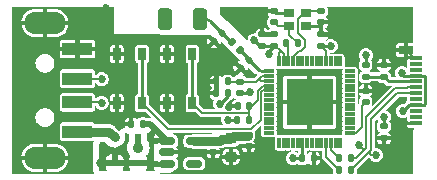
<source format=gbr>
%TF.GenerationSoftware,KiCad,Pcbnew,(6.0.7)*%
%TF.CreationDate,2023-03-08T16:51:48-08:00*%
%TF.ProjectId,ESP_SoC,4553505f-536f-4432-9e6b-696361645f70,rev?*%
%TF.SameCoordinates,Original*%
%TF.FileFunction,Copper,L1,Top*%
%TF.FilePolarity,Positive*%
%FSLAX46Y46*%
G04 Gerber Fmt 4.6, Leading zero omitted, Abs format (unit mm)*
G04 Created by KiCad (PCBNEW (6.0.7)) date 2023-03-08 16:51:48*
%MOMM*%
%LPD*%
G01*
G04 APERTURE LIST*
G04 Aperture macros list*
%AMRoundRect*
0 Rectangle with rounded corners*
0 $1 Rounding radius*
0 $2 $3 $4 $5 $6 $7 $8 $9 X,Y pos of 4 corners*
0 Add a 4 corners polygon primitive as box body*
4,1,4,$2,$3,$4,$5,$6,$7,$8,$9,$2,$3,0*
0 Add four circle primitives for the rounded corners*
1,1,$1+$1,$2,$3*
1,1,$1+$1,$4,$5*
1,1,$1+$1,$6,$7*
1,1,$1+$1,$8,$9*
0 Add four rect primitives between the rounded corners*
20,1,$1+$1,$2,$3,$4,$5,0*
20,1,$1+$1,$4,$5,$6,$7,0*
20,1,$1+$1,$6,$7,$8,$9,0*
20,1,$1+$1,$8,$9,$2,$3,0*%
G04 Aperture macros list end*
%TA.AperFunction,SMDPad,CuDef*%
%ADD10RoundRect,0.135000X-0.135000X-0.185000X0.135000X-0.185000X0.135000X0.185000X-0.135000X0.185000X0*%
%TD*%
%TA.AperFunction,SMDPad,CuDef*%
%ADD11R,2.500000X1.100000*%
%TD*%
%TA.AperFunction,ComponentPad*%
%ADD12O,3.500000X1.900000*%
%TD*%
%TA.AperFunction,SMDPad,CuDef*%
%ADD13RoundRect,0.140000X0.170000X-0.140000X0.170000X0.140000X-0.170000X0.140000X-0.170000X-0.140000X0*%
%TD*%
%TA.AperFunction,SMDPad,CuDef*%
%ADD14RoundRect,0.147500X-0.172500X0.147500X-0.172500X-0.147500X0.172500X-0.147500X0.172500X0.147500X0*%
%TD*%
%TA.AperFunction,SMDPad,CuDef*%
%ADD15RoundRect,0.140000X-0.170000X0.140000X-0.170000X-0.140000X0.170000X-0.140000X0.170000X0.140000X0*%
%TD*%
%TA.AperFunction,SMDPad,CuDef*%
%ADD16RoundRect,0.140000X-0.021213X0.219203X-0.219203X0.021213X0.021213X-0.219203X0.219203X-0.021213X0*%
%TD*%
%TA.AperFunction,SMDPad,CuDef*%
%ADD17RoundRect,0.147500X-0.226274X-0.017678X-0.017678X-0.226274X0.226274X0.017678X0.017678X0.226274X0*%
%TD*%
%TA.AperFunction,SMDPad,CuDef*%
%ADD18RoundRect,0.276000X-0.324000X-0.634000X0.324000X-0.634000X0.324000X0.634000X-0.324000X0.634000X0*%
%TD*%
%TA.AperFunction,SMDPad,CuDef*%
%ADD19RoundRect,0.135000X0.185000X-0.135000X0.185000X0.135000X-0.185000X0.135000X-0.185000X-0.135000X0*%
%TD*%
%TA.AperFunction,SMDPad,CuDef*%
%ADD20RoundRect,0.225000X-0.250000X0.225000X-0.250000X-0.225000X0.250000X-0.225000X0.250000X0.225000X0*%
%TD*%
%TA.AperFunction,SMDPad,CuDef*%
%ADD21RoundRect,0.140000X0.140000X0.170000X-0.140000X0.170000X-0.140000X-0.170000X0.140000X-0.170000X0*%
%TD*%
%TA.AperFunction,SMDPad,CuDef*%
%ADD22R,0.650000X1.050000*%
%TD*%
%TA.AperFunction,SMDPad,CuDef*%
%ADD23R,0.500000X0.500000*%
%TD*%
%TA.AperFunction,SMDPad,CuDef*%
%ADD24RoundRect,0.140000X-0.140000X-0.170000X0.140000X-0.170000X0.140000X0.170000X-0.140000X0.170000X0*%
%TD*%
%TA.AperFunction,SMDPad,CuDef*%
%ADD25R,1.000000X0.380000*%
%TD*%
%TA.AperFunction,SMDPad,CuDef*%
%ADD26R,1.150000X0.700000*%
%TD*%
%TA.AperFunction,SMDPad,CuDef*%
%ADD27RoundRect,0.150000X-0.512500X-0.150000X0.512500X-0.150000X0.512500X0.150000X-0.512500X0.150000X0*%
%TD*%
%TA.AperFunction,SMDPad,CuDef*%
%ADD28RoundRect,0.135000X-0.185000X0.135000X-0.185000X-0.135000X0.185000X-0.135000X0.185000X0.135000X0*%
%TD*%
%TA.AperFunction,SMDPad,CuDef*%
%ADD29RoundRect,0.006600X-0.398400X-0.103400X0.398400X-0.103400X0.398400X0.103400X-0.398400X0.103400X0*%
%TD*%
%TA.AperFunction,SMDPad,CuDef*%
%ADD30RoundRect,0.022000X-0.088000X-0.383000X0.088000X-0.383000X0.088000X0.383000X-0.088000X0.383000X0*%
%TD*%
%TA.AperFunction,SMDPad,CuDef*%
%ADD31R,4.000000X4.000000*%
%TD*%
%TA.AperFunction,SMDPad,CuDef*%
%ADD32R,0.900000X0.800000*%
%TD*%
%TA.AperFunction,ViaPad*%
%ADD33C,0.685800*%
%TD*%
%TA.AperFunction,ViaPad*%
%ADD34C,0.889000*%
%TD*%
%TA.AperFunction,Conductor*%
%ADD35C,0.254000*%
%TD*%
%TA.AperFunction,Conductor*%
%ADD36C,0.154200*%
%TD*%
%TA.AperFunction,Conductor*%
%ADD37C,0.762000*%
%TD*%
%TA.AperFunction,Conductor*%
%ADD38C,0.293370*%
%TD*%
%TA.AperFunction,Conductor*%
%ADD39C,0.508000*%
%TD*%
%TA.AperFunction,Conductor*%
%ADD40C,0.152400*%
%TD*%
%TA.AperFunction,Conductor*%
%ADD41C,0.127000*%
%TD*%
G04 APERTURE END LIST*
D10*
%TO.P,R2,1*%
%TO.N,+3V3*%
X117890000Y-101300000D03*
%TO.P,R2,2*%
%TO.N,CHIP_PU*%
X118910000Y-101300000D03*
%TD*%
D11*
%TO.P,J1,1,VBUS*%
%TO.N,Net-(D1-Pad2)*%
X104350000Y-102250000D03*
%TO.P,J1,2,D-*%
%TO.N,USB_D-*%
X104350000Y-99750000D03*
%TO.P,J1,3,D+*%
%TO.N,USB_D+*%
X104350000Y-97750000D03*
%TO.P,J1,4,GND*%
%TO.N,GND*%
X104350000Y-95250000D03*
D12*
%TO.P,J1,5,Shield*%
X101600000Y-104450000D03*
X101600000Y-93050000D03*
%TD*%
D13*
%TO.P,C2,1*%
%TO.N,+3V3*%
X120000000Y-94980000D03*
%TO.P,C2,2*%
%TO.N,GND*%
X120000000Y-94020000D03*
%TD*%
D10*
%TO.P,R4,1*%
%TO.N,Net-(R4-Pad1)*%
X126490000Y-104500000D03*
%TO.P,R4,2*%
%TO.N,USB_D+*%
X127510000Y-104500000D03*
%TD*%
D14*
%TO.P,L2,1*%
%TO.N,Net-(C5-Pad1)*%
X118100000Y-98015000D03*
%TO.P,L2,2*%
%TO.N,+3V3*%
X118100000Y-98985000D03*
%TD*%
D15*
%TO.P,C7,1*%
%TO.N,+3V3*%
X118850000Y-102520000D03*
%TO.P,C7,2*%
%TO.N,GND*%
X118850000Y-103480000D03*
%TD*%
D10*
%TO.P,R3,1*%
%TO.N,Net-(R3-Pad1)*%
X126490000Y-105500000D03*
%TO.P,R3,2*%
%TO.N,USB_D-*%
X127510000Y-105500000D03*
%TD*%
D13*
%TO.P,C9,1*%
%TO.N,+3V3*%
X125000000Y-94980000D03*
%TO.P,C9,2*%
%TO.N,GND*%
X125000000Y-94020000D03*
%TD*%
D15*
%TO.P,C13,1*%
%TO.N,+3V3*%
X115850000Y-103020000D03*
%TO.P,C13,2*%
%TO.N,GND*%
X115850000Y-103980000D03*
%TD*%
D16*
%TO.P,C3,1*%
%TO.N,Net-(AE1-Pad1)*%
X116589411Y-93910589D03*
%TO.P,C3,2*%
%TO.N,GND*%
X115910589Y-94589411D03*
%TD*%
D15*
%TO.P,C15,1*%
%TO.N,XTAL_N*%
X125000000Y-92020000D03*
%TO.P,C15,2*%
%TO.N,GND*%
X125000000Y-92980000D03*
%TD*%
D17*
%TO.P,L1,1*%
%TO.N,Net-(AE1-Pad1)*%
X117407053Y-94657053D03*
%TO.P,L1,2*%
%TO.N,LNA_IN*%
X118092947Y-95342947D03*
%TD*%
D18*
%TO.P,AE1,1*%
%TO.N,Net-(AE1-Pad1)*%
X114710000Y-92750000D03*
%TO.P,AE1,2*%
%TO.N,N/C*%
X111790000Y-92750000D03*
%TD*%
D19*
%TO.P,R5,1*%
%TO.N,Net-(P1-PadA5)*%
X130300000Y-97610000D03*
%TO.P,R5,2*%
%TO.N,GND*%
X130300000Y-96590000D03*
%TD*%
D20*
%TO.P,C8,1*%
%TO.N,+3V3*%
X117350000Y-102825000D03*
%TO.P,C8,2*%
%TO.N,GND*%
X117350000Y-104375000D03*
%TD*%
D21*
%TO.P,C6,1*%
%TO.N,+3V3*%
X117080000Y-99000000D03*
%TO.P,C6,2*%
%TO.N,GND*%
X116120000Y-99000000D03*
%TD*%
D13*
%TO.P,C16,1*%
%TO.N,VDD*%
X128750000Y-99730000D03*
%TO.P,C16,2*%
%TO.N,GND*%
X128750000Y-98770000D03*
%TD*%
D22*
%TO.P,SW2,1,A*%
%TO.N,GND*%
X107675000Y-99825000D03*
X107675000Y-95675000D03*
%TO.P,SW2,2,B*%
%TO.N,BOOT*%
X109825000Y-95675000D03*
X109825000Y-99825000D03*
%TD*%
D23*
%TO.P,D2,1,K*%
%TO.N,+5V*%
X109500000Y-104900000D03*
%TO.P,D2,2,A*%
%TO.N,Net-(P1-PadA4)*%
X109500000Y-102700000D03*
%TD*%
D19*
%TO.P,R7,1*%
%TO.N,Net-(P1-PadA5)*%
X128750000Y-97610000D03*
%TO.P,R7,2*%
%TO.N,Net-(P1-PadA4)*%
X128750000Y-96590000D03*
%TD*%
D22*
%TO.P,SW1,1,A*%
%TO.N,GND*%
X111925000Y-95675000D03*
X111925000Y-99825000D03*
%TO.P,SW1,2,B*%
%TO.N,CHIP_PU*%
X114075000Y-95675000D03*
X114075000Y-99825000D03*
%TD*%
D23*
%TO.P,D1,1,K*%
%TO.N,+5V*%
X107500000Y-104900000D03*
%TO.P,D1,2,A*%
%TO.N,Net-(D1-Pad2)*%
X107500000Y-102700000D03*
%TD*%
D24*
%TO.P,C10,1*%
%TO.N,+3V3*%
X123395000Y-104500000D03*
%TO.P,C10,2*%
%TO.N,GND*%
X124355000Y-104500000D03*
%TD*%
D21*
%TO.P,C5,1*%
%TO.N,Net-(C5-Pad1)*%
X117080000Y-98000000D03*
%TO.P,C5,2*%
%TO.N,GND*%
X116120000Y-98000000D03*
%TD*%
D25*
%TO.P,P1,A1,GND*%
%TO.N,GND*%
X133010000Y-96000000D03*
%TO.P,P1,A2,TX1+*%
%TO.N,unconnected-(P1-PadA2)*%
X133010000Y-96500000D03*
%TO.P,P1,A3,TX1-*%
%TO.N,unconnected-(P1-PadA3)*%
X133010000Y-97000000D03*
%TO.P,P1,A4,VBUS*%
%TO.N,Net-(P1-PadA4)*%
X133010000Y-97500000D03*
%TO.P,P1,A5,CC*%
%TO.N,Net-(P1-PadA5)*%
X133010000Y-98000000D03*
%TO.P,P1,A6,D+*%
%TO.N,USB_D+*%
X133010000Y-98500000D03*
%TO.P,P1,A7,D-*%
%TO.N,USB_D-*%
X133010000Y-99000000D03*
%TO.P,P1,A8,SBU1*%
%TO.N,unconnected-(P1-PadA8)*%
X133010000Y-99500000D03*
%TO.P,P1,A9,VBUS*%
%TO.N,Net-(P1-PadA4)*%
X133010000Y-100000000D03*
%TO.P,P1,A10,RX2-*%
%TO.N,unconnected-(P1-PadA10)*%
X133010000Y-100500000D03*
%TO.P,P1,A11,RX2+*%
%TO.N,unconnected-(P1-PadA11)*%
X133010000Y-101000000D03*
%TO.P,P1,A12,GND*%
%TO.N,GND*%
X133010000Y-101500000D03*
D26*
%TO.P,P1,S1,SHIELD*%
X132170000Y-95330000D03*
%TD*%
D27*
%TO.P,U1,1,VIN*%
%TO.N,+5V*%
X111962500Y-103050000D03*
%TO.P,U1,2,GND*%
%TO.N,GND*%
X111962500Y-104000000D03*
%TO.P,U1,3,EN*%
%TO.N,+5V*%
X111962500Y-104950000D03*
%TO.P,U1,4,NC*%
%TO.N,unconnected-(U1-Pad4)*%
X114237500Y-104950000D03*
%TO.P,U1,5,VOUT*%
%TO.N,+3V3*%
X114237500Y-103050000D03*
%TD*%
D21*
%TO.P,C11,1*%
%TO.N,CHIP_PU*%
X118880000Y-100100000D03*
%TO.P,C11,2*%
%TO.N,GND*%
X117920000Y-100100000D03*
%TD*%
D13*
%TO.P,C14,1*%
%TO.N,Net-(C14-Pad1)*%
X121000000Y-92960000D03*
%TO.P,C14,2*%
%TO.N,GND*%
X121000000Y-92000000D03*
%TD*%
%TO.P,C1,1*%
%TO.N,+3V3*%
X121000000Y-94980000D03*
%TO.P,C1,2*%
%TO.N,GND*%
X121000000Y-94020000D03*
%TD*%
D28*
%TO.P,R6,1*%
%TO.N,Net-(P1-PadB5)*%
X130300000Y-101790000D03*
%TO.P,R6,2*%
%TO.N,GND*%
X130300000Y-102810000D03*
%TD*%
D10*
%TO.P,R1,1*%
%TO.N,XTAL_P*%
X121990000Y-94750000D03*
%TO.P,R1,2*%
%TO.N,Net-(C14-Pad1)*%
X123010000Y-94750000D03*
%TD*%
D16*
%TO.P,C4,1*%
%TO.N,LNA_IN*%
X118839411Y-96160589D03*
%TO.P,C4,2*%
%TO.N,GND*%
X118160589Y-96839411D03*
%TD*%
D29*
%TO.P,U2,1,LNA_IN*%
%TO.N,LNA_IN*%
X120555000Y-97150000D03*
%TO.P,U2,2,VDD3P3*%
%TO.N,Net-(C5-Pad1)*%
X120555000Y-97550000D03*
%TO.P,U2,3,VDD3P3*%
X120555000Y-97950000D03*
%TO.P,U2,4,CHIP_PU*%
%TO.N,CHIP_PU*%
X120555000Y-98350000D03*
%TO.P,U2,5,GPIO0*%
%TO.N,BOOT*%
X120555000Y-98750000D03*
%TO.P,U2,6,GPIO1*%
%TO.N,unconnected-(U2-Pad6)*%
X120555000Y-99150000D03*
%TO.P,U2,7,GPIO2*%
%TO.N,unconnected-(U2-Pad7)*%
X120555000Y-99550000D03*
%TO.P,U2,8,GPIO3*%
%TO.N,unconnected-(U2-Pad8)*%
X120555000Y-99950000D03*
%TO.P,U2,9,GPIO4*%
%TO.N,unconnected-(U2-Pad9)*%
X120555000Y-100350000D03*
%TO.P,U2,10,GPIO5*%
%TO.N,unconnected-(U2-Pad10)*%
X120555000Y-100750000D03*
%TO.P,U2,11,GPIO6*%
%TO.N,unconnected-(U2-Pad11)*%
X120555000Y-101150000D03*
%TO.P,U2,12,GPIO7*%
%TO.N,unconnected-(U2-Pad12)*%
X120555000Y-101550000D03*
%TO.P,U2,13,GPIO8*%
%TO.N,unconnected-(U2-Pad13)*%
X120555000Y-101950000D03*
%TO.P,U2,14,GPIO9*%
%TO.N,unconnected-(U2-Pad14)*%
X120555000Y-102350000D03*
D30*
%TO.P,U2,15,GPIO10*%
%TO.N,unconnected-(U2-Pad15)*%
X121400000Y-103195000D03*
%TO.P,U2,16,GPIO11*%
%TO.N,unconnected-(U2-Pad16)*%
X121800000Y-103195000D03*
%TO.P,U2,17,GPIO12*%
%TO.N,unconnected-(U2-Pad17)*%
X122200000Y-103195000D03*
%TO.P,U2,18,GPIO13*%
%TO.N,unconnected-(U2-Pad18)*%
X122600000Y-103195000D03*
%TO.P,U2,19,GPIO14*%
%TO.N,unconnected-(U2-Pad19)*%
X123000000Y-103195000D03*
%TO.P,U2,20,VDD3P3_RTC*%
%TO.N,+3V3*%
X123400000Y-103195000D03*
%TO.P,U2,21,XTAL_32K_P*%
%TO.N,unconnected-(U2-Pad21)*%
X123800000Y-103195000D03*
%TO.P,U2,22,XTAL_32K_N*%
%TO.N,unconnected-(U2-Pad22)*%
X124200000Y-103195000D03*
%TO.P,U2,23,GPIO17*%
%TO.N,unconnected-(U2-Pad23)*%
X124600000Y-103195000D03*
%TO.P,U2,24,GPIO18*%
%TO.N,unconnected-(U2-Pad24)*%
X125000000Y-103195000D03*
%TO.P,U2,25,GPIO19*%
%TO.N,Net-(R3-Pad1)*%
X125400000Y-103195000D03*
%TO.P,U2,26,GPIO20*%
%TO.N,Net-(R4-Pad1)*%
X125800000Y-103195000D03*
%TO.P,U2,27,GPIO21*%
%TO.N,unconnected-(U2-Pad27)*%
X126200000Y-103195000D03*
%TO.P,U2,28,SPICS1*%
%TO.N,unconnected-(U2-Pad28)*%
X126600000Y-103195000D03*
D29*
%TO.P,U2,29,VDD_SPI*%
%TO.N,VDD*%
X127445000Y-102350000D03*
%TO.P,U2,30,SPIHD*%
%TO.N,unconnected-(U2-Pad30)*%
X127445000Y-101950000D03*
%TO.P,U2,31,SPIWP*%
%TO.N,unconnected-(U2-Pad31)*%
X127445000Y-101550000D03*
%TO.P,U2,32,SPICS0*%
%TO.N,unconnected-(U2-Pad32)*%
X127445000Y-101150000D03*
%TO.P,U2,33,SPICLK*%
%TO.N,unconnected-(U2-Pad33)*%
X127445000Y-100750000D03*
%TO.P,U2,34,SPIQ*%
%TO.N,unconnected-(U2-Pad34)*%
X127445000Y-100350000D03*
%TO.P,U2,35,SPID*%
%TO.N,unconnected-(U2-Pad35)*%
X127445000Y-99950000D03*
%TO.P,U2,36,SPICLK_N*%
%TO.N,unconnected-(U2-Pad36)*%
X127445000Y-99550000D03*
%TO.P,U2,37,SPICLK_P*%
%TO.N,unconnected-(U2-Pad37)*%
X127445000Y-99150000D03*
%TO.P,U2,38,GPIO33*%
%TO.N,unconnected-(U2-Pad38)*%
X127445000Y-98750000D03*
%TO.P,U2,39,GPIO34*%
%TO.N,unconnected-(U2-Pad39)*%
X127445000Y-98350000D03*
%TO.P,U2,40,GPIO35*%
%TO.N,unconnected-(U2-Pad40)*%
X127445000Y-97950000D03*
%TO.P,U2,41,GPIO36*%
%TO.N,unconnected-(U2-Pad41)*%
X127445000Y-97550000D03*
%TO.P,U2,42,GPIO37*%
%TO.N,unconnected-(U2-Pad42)*%
X127445000Y-97150000D03*
D30*
%TO.P,U2,43,GPIO38*%
%TO.N,unconnected-(U2-Pad43)*%
X126600000Y-96305000D03*
%TO.P,U2,44,MTCK*%
%TO.N,unconnected-(U2-Pad44)*%
X126200000Y-96305000D03*
%TO.P,U2,45,MTDO*%
%TO.N,unconnected-(U2-Pad45)*%
X125800000Y-96305000D03*
%TO.P,U2,46,VDD3P3_CPU*%
%TO.N,+3V3*%
X125400000Y-96305000D03*
%TO.P,U2,47,MTDI*%
%TO.N,unconnected-(U2-Pad47)*%
X125000000Y-96305000D03*
%TO.P,U2,48,MTMS*%
%TO.N,unconnected-(U2-Pad48)*%
X124600000Y-96305000D03*
%TO.P,U2,49,U0TXD*%
%TO.N,unconnected-(U2-Pad49)*%
X124200000Y-96305000D03*
%TO.P,U2,50,U0RXD*%
%TO.N,unconnected-(U2-Pad50)*%
X123800000Y-96305000D03*
%TO.P,U2,51,GPIO45*%
%TO.N,unconnected-(U2-Pad51)*%
X123400000Y-96305000D03*
%TO.P,U2,52,GPIO46*%
%TO.N,unconnected-(U2-Pad52)*%
X123000000Y-96305000D03*
%TO.P,U2,53,XTAL_N*%
%TO.N,XTAL_N*%
X122600000Y-96305000D03*
%TO.P,U2,54,XTAL_P*%
%TO.N,XTAL_P*%
X122200000Y-96305000D03*
%TO.P,U2,55,VDDA1*%
%TO.N,+3V3*%
X121800000Y-96305000D03*
%TO.P,U2,56,VDDA2*%
X121400000Y-96305000D03*
D31*
%TO.P,U2,57,GND*%
%TO.N,GND*%
X124000000Y-99750000D03*
%TD*%
D32*
%TO.P,Y1,1,1*%
%TO.N,Net-(C14-Pad1)*%
X122300000Y-93300000D03*
%TO.P,Y1,2,2*%
%TO.N,GND*%
X123700000Y-93300000D03*
%TO.P,Y1,3,3*%
%TO.N,XTAL_N*%
X123700000Y-92200000D03*
%TO.P,Y1,4,4*%
%TO.N,GND*%
X122300000Y-92200000D03*
%TD*%
D21*
%TO.P,C12,1*%
%TO.N,+5V*%
X109880000Y-101600000D03*
%TO.P,C12,2*%
%TO.N,GND*%
X108920000Y-101600000D03*
%TD*%
D33*
%TO.N,+3V3*%
X125800000Y-95000000D03*
X118079000Y-102621000D03*
X116400000Y-99900000D03*
X119337156Y-94518432D03*
X122600000Y-104500000D03*
X116580000Y-102900000D03*
X119000000Y-98900000D03*
X120600000Y-95700000D03*
X117100000Y-101226500D03*
%TO.N,GND*%
X117700000Y-92800000D03*
X106800000Y-92700000D03*
X117178019Y-100133500D03*
X104700000Y-104500000D03*
D34*
X122750000Y-98500000D03*
D33*
X130400000Y-94500000D03*
X127400000Y-94500000D03*
X106800000Y-91800000D03*
X112800000Y-94500000D03*
D34*
X124000000Y-99750000D03*
D33*
X106800000Y-93600000D03*
X107800000Y-94500000D03*
D34*
X122750000Y-101000000D03*
D33*
X107700000Y-101100000D03*
X117400000Y-96100000D03*
X130400000Y-92300000D03*
X127400000Y-92300000D03*
X113000000Y-97800000D03*
X115300000Y-99900000D03*
D34*
X124000000Y-98500000D03*
D33*
X113800000Y-94500000D03*
X117000000Y-92100000D03*
X109800000Y-94500000D03*
X119875000Y-104499500D03*
X114800000Y-94500000D03*
D34*
X124000000Y-101000000D03*
D33*
X118800000Y-97400000D03*
X108800000Y-94500000D03*
D34*
X125250000Y-98500000D03*
D33*
X106800000Y-94500000D03*
D34*
X122750000Y-99750000D03*
X125250000Y-101000000D03*
D33*
X111800000Y-94500000D03*
X129750000Y-98750000D03*
X118400000Y-93500000D03*
D34*
X125250000Y-99750000D03*
D33*
X108800000Y-97800000D03*
X113000000Y-101100000D03*
X116700000Y-95400000D03*
X110800000Y-94500000D03*
X119875000Y-103000000D03*
X130700000Y-103800000D03*
%TO.N,+5V*%
X106300000Y-104900000D03*
%TO.N,USB_D-*%
X106400000Y-99800000D03*
X129600000Y-104200000D03*
%TO.N,USB_D+*%
X128200000Y-103400000D03*
X106400000Y-97800000D03*
%TO.N,Net-(P1-PadB5)*%
X130300000Y-101000000D03*
%TO.N,Net-(P1-PadA4)*%
X128775000Y-95775000D03*
X131800000Y-97300000D03*
D34*
X109500000Y-103600000D03*
D33*
X131900000Y-100500000D03*
%TD*%
D35*
%TO.N,+3V3*%
X120000000Y-94980000D02*
X121000000Y-94980000D01*
X125000000Y-94980000D02*
X125780000Y-94980000D01*
D36*
X121400000Y-96305000D02*
X121400000Y-95600000D01*
D35*
X119798724Y-94980000D02*
X119337156Y-94518432D01*
X118915000Y-98985000D02*
X119000000Y-98900000D01*
D37*
X117554000Y-102621000D02*
X118079000Y-102621000D01*
D35*
X120600000Y-95700000D02*
X120600000Y-95380000D01*
X125780000Y-94980000D02*
X125800000Y-95000000D01*
D37*
X115050000Y-103050000D02*
X115820000Y-103050000D01*
D36*
X125400000Y-96305000D02*
X125400000Y-95380000D01*
D35*
X116400000Y-99900000D02*
X117080000Y-99220000D01*
D38*
X117173500Y-101300000D02*
X117100000Y-101226500D01*
D35*
X123400000Y-103195000D02*
X123400000Y-104495000D01*
D36*
X121400000Y-95600000D02*
X121550000Y-95450000D01*
X121080000Y-94980000D02*
X121000000Y-94980000D01*
X125400000Y-95380000D02*
X125000000Y-94980000D01*
D38*
X117890000Y-101300000D02*
X117173500Y-101300000D01*
D35*
X117080000Y-99220000D02*
X117080000Y-99000000D01*
D37*
X116460000Y-103020000D02*
X116580000Y-102900000D01*
X117350000Y-102825000D02*
X117554000Y-102621000D01*
X118079000Y-102621000D02*
X118749000Y-102621000D01*
X115820000Y-103050000D02*
X115850000Y-103020000D01*
D36*
X121550000Y-95450000D02*
X121080000Y-94980000D01*
X121800000Y-95700000D02*
X121550000Y-95450000D01*
X121800000Y-96305000D02*
X121800000Y-95700000D01*
D35*
X123395000Y-104500000D02*
X122600000Y-104500000D01*
D37*
X115850000Y-103020000D02*
X116460000Y-103020000D01*
X117275000Y-102900000D02*
X117350000Y-102825000D01*
X116580000Y-102900000D02*
X117275000Y-102900000D01*
D35*
X123400000Y-104495000D02*
X123395000Y-104500000D01*
X120000000Y-94980000D02*
X119798724Y-94980000D01*
D37*
X114237500Y-103050000D02*
X115050000Y-103050000D01*
D35*
X120600000Y-95380000D02*
X121000000Y-94980000D01*
X118100000Y-98985000D02*
X118915000Y-98985000D01*
%TO.N,GND*%
X121200000Y-92200000D02*
X121000000Y-92000000D01*
D36*
X132840000Y-96000000D02*
X132170000Y-95330000D01*
D35*
X123700000Y-93300000D02*
X124680000Y-93300000D01*
X124680000Y-93300000D02*
X125000000Y-92980000D01*
X117920000Y-100100000D02*
X117211519Y-100100000D01*
X122300000Y-92200000D02*
X121200000Y-92200000D01*
D36*
X133010000Y-96000000D02*
X132840000Y-96000000D01*
D35*
X117211519Y-100100000D02*
X117178019Y-100133500D01*
D38*
%TO.N,LNA_IN*%
X119711664Y-97032842D02*
X118839411Y-96160589D01*
X118839411Y-96089411D02*
X118092947Y-95342947D01*
X120555000Y-97150000D02*
X119994507Y-97150000D01*
X118839411Y-96160589D02*
X118839411Y-96089411D01*
X119994507Y-97149994D02*
G75*
G02*
X119711665Y-97032841I-7J399994D01*
G01*
D36*
%TO.N,Net-(C5-Pad1)*%
X117095000Y-98015000D02*
X117080000Y-98000000D01*
X119485000Y-98015000D02*
X118100000Y-98015000D01*
X119850000Y-97950000D02*
X119700000Y-97800000D01*
X119950000Y-97550000D02*
X119700000Y-97800000D01*
X118100000Y-98015000D02*
X117095000Y-98015000D01*
X119700000Y-97800000D02*
X119485000Y-98015000D01*
X120555000Y-97550000D02*
X119950000Y-97550000D01*
X120555000Y-97950000D02*
X119850000Y-97950000D01*
%TO.N,CHIP_PU*%
X118880000Y-100680000D02*
X118880000Y-101270000D01*
X114930000Y-100680000D02*
X114075000Y-99825000D01*
D35*
X114075000Y-95675000D02*
X114075000Y-99825000D01*
D36*
X118880000Y-101270000D02*
X118910000Y-101300000D01*
X119100000Y-100100000D02*
X118880000Y-100100000D01*
X119600000Y-98800000D02*
X119600000Y-99600000D01*
X119600000Y-99600000D02*
X119100000Y-100100000D01*
X118880000Y-100100000D02*
X118880000Y-100680000D01*
X120050000Y-98350000D02*
X119600000Y-98800000D01*
X120555000Y-98350000D02*
X120050000Y-98350000D01*
X118880000Y-100680000D02*
X114930000Y-100680000D01*
D39*
%TO.N,+5V*%
X110512500Y-101600000D02*
X111962500Y-103050000D01*
X106300000Y-104900000D02*
X107500000Y-104900000D01*
X109880000Y-101600000D02*
X110512500Y-101600000D01*
D36*
%TO.N,Net-(C14-Pad1)*%
X122300000Y-93300000D02*
X121340000Y-93300000D01*
X122300000Y-94040000D02*
X122300000Y-93300000D01*
X123010000Y-94750000D02*
X122300000Y-94040000D01*
X121340000Y-93300000D02*
X121000000Y-92960000D01*
D40*
%TO.N,XTAL_N*%
X123300000Y-95400000D02*
X123115519Y-95400000D01*
X123543600Y-92200000D02*
X123000000Y-92743600D01*
X123880000Y-92020000D02*
X123700000Y-92200000D01*
X123600000Y-94500000D02*
X123600000Y-95100000D01*
X122600000Y-95915519D02*
X122600000Y-96305000D01*
X125000000Y-92020000D02*
X123880000Y-92020000D01*
X123600000Y-95100000D02*
X123300000Y-95400000D01*
X123115519Y-95400000D02*
X122600000Y-95915519D01*
X123700000Y-92200000D02*
X123543600Y-92200000D01*
X123000000Y-92743600D02*
X123000000Y-93900000D01*
X123000000Y-93900000D02*
X123600000Y-94500000D01*
%TO.N,USB_D-*%
X131434170Y-98953200D02*
X129200000Y-101187370D01*
X133010000Y-99000000D02*
X132259999Y-99000000D01*
X129005000Y-104005000D02*
X127510000Y-105500000D01*
X129200000Y-103810000D02*
X129005000Y-104005000D01*
X129200000Y-101187370D02*
X129200000Y-103810000D01*
X132213199Y-98953200D02*
X131434170Y-98953200D01*
D36*
X129005000Y-104005000D02*
X129200000Y-104200000D01*
X106350000Y-99750000D02*
X106400000Y-99800000D01*
X129200000Y-104200000D02*
X129600000Y-104200000D01*
D40*
X132259999Y-99000000D02*
X132213199Y-98953200D01*
D36*
X104400000Y-99750000D02*
X106350000Y-99750000D01*
D40*
%TO.N,USB_D+*%
X131265830Y-98546800D02*
X128800000Y-101012630D01*
D36*
X106350000Y-97750000D02*
X104400000Y-97750000D01*
D40*
X128617632Y-103817632D02*
X127935263Y-104500000D01*
X133010000Y-98500000D02*
X132259999Y-98500000D01*
X132259999Y-98500000D02*
X132213199Y-98546800D01*
X132213199Y-98546800D02*
X131265830Y-98546800D01*
X128800000Y-102400000D02*
X128800000Y-103635263D01*
X127935263Y-104500000D02*
X127510000Y-104500000D01*
X128800000Y-103635263D02*
X128617632Y-103817632D01*
D36*
X128617632Y-103817632D02*
X128200000Y-103400000D01*
D40*
X128800000Y-101012630D02*
X128800000Y-102400000D01*
D36*
X106400000Y-97800000D02*
X106350000Y-97750000D01*
D35*
%TO.N,Net-(P1-PadA5)*%
X133010000Y-98000000D02*
X130690000Y-98000000D01*
X130690000Y-98000000D02*
X130300000Y-97610000D01*
X128750000Y-97610000D02*
X130300000Y-97610000D01*
%TO.N,Net-(P1-PadB5)*%
X130300000Y-101790000D02*
X130300000Y-101000000D01*
D40*
%TO.N,XTAL_P*%
X122200000Y-94960000D02*
X121990000Y-94750000D01*
X122200000Y-96305000D02*
X122200000Y-94960000D01*
D36*
%TO.N,Net-(R3-Pad1)*%
X125400000Y-104410000D02*
X126490000Y-105500000D01*
X125400000Y-103195000D02*
X125400000Y-104410000D01*
%TO.N,Net-(R4-Pad1)*%
X125800000Y-103810000D02*
X126490000Y-104500000D01*
X125800000Y-103195000D02*
X125800000Y-103810000D01*
D35*
%TO.N,BOOT*%
X109825000Y-99825000D02*
X109825000Y-95675000D01*
D36*
X119881200Y-98918800D02*
X120050000Y-98750000D01*
X119881200Y-101218800D02*
X119881200Y-98918800D01*
X112035900Y-102035900D02*
X119064100Y-102035900D01*
X109825000Y-99825000D02*
X112035900Y-102035900D01*
X119064100Y-102035900D02*
X119881200Y-101218800D01*
X120050000Y-98750000D02*
X120555000Y-98750000D01*
D41*
%TO.N,VDD*%
X128400000Y-100080000D02*
X128400000Y-101850000D01*
X127900000Y-102350000D02*
X127445000Y-102350000D01*
X128750000Y-99730000D02*
X128400000Y-100080000D01*
X128400000Y-101850000D02*
X127900000Y-102350000D01*
D38*
%TO.N,Net-(AE1-Pad1)*%
X117335875Y-94657053D02*
X116589411Y-93910589D01*
X114710000Y-92750000D02*
X115263137Y-92750000D01*
X115545980Y-92867158D02*
X116589411Y-93910589D01*
X117407053Y-94657053D02*
X117335875Y-94657053D01*
X115545962Y-92867176D02*
G75*
G03*
X115263137Y-92750000I-282862J-282824D01*
G01*
D37*
%TO.N,Net-(D1-Pad2)*%
X104400000Y-102250000D02*
X107050000Y-102250000D01*
X107050000Y-102250000D02*
X107500000Y-102700000D01*
D35*
%TO.N,Net-(P1-PadA4)*%
X132000000Y-97500000D02*
X131800000Y-97300000D01*
X133708000Y-97500000D02*
X133764000Y-97556000D01*
X133010000Y-97500000D02*
X132000000Y-97500000D01*
D39*
X109500000Y-102700000D02*
X109500000Y-103600000D01*
D35*
X132400000Y-100000000D02*
X133010000Y-100000000D01*
X131900000Y-100500000D02*
X132400000Y-100000000D01*
X133708000Y-100000000D02*
X133010000Y-100000000D01*
X133010000Y-97500000D02*
X133708000Y-97500000D01*
X128775000Y-95775000D02*
X128775000Y-96565000D01*
X133764000Y-99944000D02*
X133708000Y-100000000D01*
X133764000Y-97556000D02*
X133764000Y-99944000D01*
X128775000Y-96565000D02*
X128750000Y-96590000D01*
%TD*%
%TA.AperFunction,Conductor*%
%TO.N,+5V*%
G36*
X110876512Y-101705129D02*
G01*
X110883095Y-101711258D01*
X111250244Y-102078407D01*
X111284270Y-102140719D01*
X111279205Y-102211534D01*
X111236658Y-102268370D01*
X111201471Y-102285921D01*
X111201487Y-102285958D01*
X111200803Y-102286254D01*
X111196302Y-102288499D01*
X111194212Y-102289106D01*
X111179779Y-102295352D01*
X111050322Y-102371911D01*
X111037896Y-102381551D01*
X110931551Y-102487896D01*
X110921911Y-102500322D01*
X110845352Y-102629779D01*
X110839107Y-102644210D01*
X110800061Y-102778605D01*
X110800101Y-102792706D01*
X110807370Y-102796000D01*
X112090500Y-102796000D01*
X112158621Y-102816002D01*
X112205114Y-102869658D01*
X112216500Y-102922000D01*
X112216500Y-103065500D01*
X112196498Y-103133621D01*
X112142842Y-103180114D01*
X112090500Y-103191500D01*
X111383498Y-103191500D01*
X111381050Y-103191693D01*
X111381042Y-103191693D01*
X111352579Y-103193933D01*
X111352574Y-103193934D01*
X111346169Y-103194438D01*
X111248693Y-103222757D01*
X111194012Y-103238643D01*
X111194010Y-103238644D01*
X111186399Y-103240855D01*
X111179572Y-103244892D01*
X111179573Y-103244892D01*
X111109297Y-103286453D01*
X111045158Y-103304000D01*
X110813122Y-103304000D01*
X110799591Y-103307973D01*
X110798456Y-103315871D01*
X110839107Y-103455790D01*
X110847128Y-103474326D01*
X110855824Y-103544788D01*
X110847128Y-103574404D01*
X110844889Y-103579577D01*
X110840855Y-103586399D01*
X110838644Y-103594010D01*
X110838643Y-103594012D01*
X110828118Y-103630241D01*
X110794438Y-103746169D01*
X110793934Y-103752574D01*
X110793933Y-103752579D01*
X110791693Y-103781042D01*
X110791500Y-103783498D01*
X110791500Y-104216502D01*
X110794438Y-104253831D01*
X110812149Y-104314794D01*
X110833558Y-104388483D01*
X110840855Y-104413601D01*
X110844889Y-104420423D01*
X110847128Y-104425596D01*
X110855824Y-104496058D01*
X110847128Y-104525674D01*
X110839107Y-104544210D01*
X110800061Y-104678605D01*
X110800101Y-104692706D01*
X110807370Y-104696000D01*
X111045158Y-104696000D01*
X111109297Y-104713547D01*
X111186399Y-104759145D01*
X111194010Y-104761356D01*
X111194012Y-104761357D01*
X111246231Y-104776528D01*
X111346169Y-104805562D01*
X111352574Y-104806066D01*
X111352579Y-104806067D01*
X111381042Y-104808307D01*
X111381050Y-104808307D01*
X111383498Y-104808500D01*
X112090500Y-104808500D01*
X112158621Y-104828502D01*
X112205114Y-104882158D01*
X112216500Y-104934500D01*
X112216500Y-105078000D01*
X112196498Y-105146121D01*
X112142842Y-105192614D01*
X112090500Y-105204000D01*
X110813122Y-105204000D01*
X110799591Y-105207973D01*
X110798456Y-105215871D01*
X110839107Y-105355790D01*
X110845352Y-105370221D01*
X110863768Y-105401361D01*
X110881227Y-105470177D01*
X110858710Y-105537509D01*
X110803366Y-105581978D01*
X110755314Y-105591500D01*
X110304572Y-105591500D01*
X110236451Y-105571498D01*
X110189958Y-105517842D01*
X110179854Y-105447568D01*
X110194052Y-105404992D01*
X110203321Y-105388061D01*
X110248478Y-105267606D01*
X110252105Y-105252351D01*
X110257631Y-105201486D01*
X110258000Y-105194672D01*
X110258000Y-105168115D01*
X110253525Y-105152876D01*
X110252135Y-105151671D01*
X110244452Y-105150000D01*
X108760116Y-105150000D01*
X108744877Y-105154475D01*
X108743672Y-105155865D01*
X108742001Y-105163548D01*
X108742001Y-105194669D01*
X108742371Y-105201490D01*
X108747895Y-105252352D01*
X108751521Y-105267604D01*
X108796679Y-105388061D01*
X108805948Y-105404992D01*
X108821117Y-105474349D01*
X108796380Y-105540897D01*
X108739592Y-105583507D01*
X108695428Y-105591500D01*
X108304572Y-105591500D01*
X108236451Y-105571498D01*
X108189958Y-105517842D01*
X108179854Y-105447568D01*
X108194052Y-105404992D01*
X108203321Y-105388061D01*
X108248478Y-105267606D01*
X108252105Y-105252351D01*
X108257631Y-105201486D01*
X108258000Y-105194672D01*
X108258000Y-105168115D01*
X108253525Y-105152876D01*
X108252135Y-105151671D01*
X108244452Y-105150000D01*
X106760116Y-105150000D01*
X106744877Y-105154475D01*
X106743672Y-105155865D01*
X106742001Y-105163548D01*
X106742001Y-105194669D01*
X106742371Y-105201490D01*
X106747895Y-105252352D01*
X106751521Y-105267604D01*
X106796679Y-105388061D01*
X106805948Y-105404992D01*
X106821117Y-105474349D01*
X106796380Y-105540897D01*
X106739592Y-105583507D01*
X106695428Y-105591500D01*
X106326000Y-105591500D01*
X106257879Y-105571498D01*
X106211386Y-105517842D01*
X106200000Y-105465500D01*
X106200000Y-104631885D01*
X106742000Y-104631885D01*
X106746475Y-104647124D01*
X106747865Y-104648329D01*
X106755548Y-104650000D01*
X107231885Y-104650000D01*
X107247124Y-104645525D01*
X107248329Y-104644135D01*
X107250000Y-104636452D01*
X107250000Y-104631885D01*
X107750000Y-104631885D01*
X107754475Y-104647124D01*
X107755865Y-104648329D01*
X107763548Y-104650000D01*
X108239884Y-104650000D01*
X108255123Y-104645525D01*
X108256328Y-104644135D01*
X108257999Y-104636452D01*
X108257999Y-104605331D01*
X108257629Y-104598510D01*
X108252105Y-104547648D01*
X108248479Y-104532396D01*
X108203324Y-104411946D01*
X108194786Y-104396351D01*
X108118285Y-104294276D01*
X108105724Y-104281715D01*
X108003649Y-104205214D01*
X107988054Y-104196676D01*
X107867606Y-104151522D01*
X107852351Y-104147895D01*
X107801486Y-104142369D01*
X107794672Y-104142000D01*
X107768115Y-104142000D01*
X107752876Y-104146475D01*
X107751671Y-104147865D01*
X107750000Y-104155548D01*
X107750000Y-104631885D01*
X107250000Y-104631885D01*
X107250000Y-104160116D01*
X107245525Y-104144877D01*
X107244135Y-104143672D01*
X107236452Y-104142001D01*
X107205331Y-104142001D01*
X107198510Y-104142371D01*
X107147648Y-104147895D01*
X107132396Y-104151521D01*
X107011946Y-104196676D01*
X106996351Y-104205214D01*
X106894276Y-104281715D01*
X106881715Y-104294276D01*
X106805214Y-104396351D01*
X106796676Y-104411946D01*
X106751522Y-104532394D01*
X106747895Y-104547649D01*
X106742369Y-104598514D01*
X106742000Y-104605328D01*
X106742000Y-104631885D01*
X106200000Y-104631885D01*
X106200000Y-103265500D01*
X106220002Y-103197379D01*
X106273658Y-103150886D01*
X106326000Y-103139500D01*
X106629367Y-103139500D01*
X106697488Y-103159502D01*
X106718462Y-103176405D01*
X106903994Y-103361937D01*
X106906569Y-103364022D01*
X107007742Y-103445951D01*
X107007746Y-103445953D01*
X107012875Y-103450107D01*
X107179475Y-103534994D01*
X107185848Y-103536702D01*
X107185849Y-103536702D01*
X107353709Y-103581680D01*
X107353713Y-103581681D01*
X107360085Y-103583388D01*
X107366677Y-103583733D01*
X107366680Y-103583734D01*
X107540218Y-103592829D01*
X107540223Y-103592829D01*
X107546810Y-103593174D01*
X107553325Y-103592142D01*
X107553327Y-103592142D01*
X107613627Y-103582591D01*
X107731488Y-103563924D01*
X107737647Y-103561560D01*
X107737650Y-103561559D01*
X107899886Y-103499282D01*
X107899888Y-103499281D01*
X107906049Y-103496916D01*
X108062864Y-103395079D01*
X108195079Y-103262864D01*
X108296916Y-103106049D01*
X108311877Y-103067075D01*
X108361559Y-102937650D01*
X108361560Y-102937647D01*
X108363924Y-102931488D01*
X108393174Y-102746810D01*
X108388580Y-102659138D01*
X108383734Y-102566680D01*
X108383733Y-102566677D01*
X108383388Y-102560085D01*
X108374434Y-102526668D01*
X108376122Y-102455691D01*
X108415916Y-102396895D01*
X108481180Y-102368946D01*
X108531293Y-102373058D01*
X108650653Y-102407735D01*
X108710488Y-102445948D01*
X108740166Y-102510444D01*
X108741500Y-102528732D01*
X108741500Y-102577181D01*
X108740067Y-102596130D01*
X108739530Y-102599662D01*
X108738196Y-102605112D01*
X108737500Y-102616330D01*
X108737500Y-102980678D01*
X108715462Y-103051866D01*
X108713818Y-103054266D01*
X108709862Y-103058981D01*
X108706901Y-103064367D01*
X108706897Y-103064373D01*
X108659337Y-103150886D01*
X108619826Y-103222757D01*
X108617965Y-103228624D01*
X108617964Y-103228626D01*
X108614085Y-103240855D01*
X108563315Y-103400901D01*
X108542482Y-103586630D01*
X108558121Y-103772867D01*
X108609636Y-103952520D01*
X108695064Y-104118746D01*
X108698887Y-104123570D01*
X108698890Y-104123574D01*
X108798290Y-104248984D01*
X108824928Y-104314794D01*
X108811757Y-104384558D01*
X108809362Y-104388396D01*
X108809521Y-104388483D01*
X108796677Y-104411942D01*
X108751522Y-104532394D01*
X108747895Y-104547649D01*
X108742369Y-104598514D01*
X108742000Y-104605328D01*
X108742000Y-104631885D01*
X108746475Y-104647124D01*
X108747865Y-104648329D01*
X108755548Y-104650000D01*
X110239884Y-104650000D01*
X110255123Y-104645525D01*
X110256328Y-104644135D01*
X110257999Y-104636452D01*
X110257999Y-104605331D01*
X110257629Y-104598510D01*
X110252105Y-104547648D01*
X110248479Y-104532396D01*
X110203324Y-104411946D01*
X110190478Y-104388483D01*
X110193095Y-104387050D01*
X110173493Y-104334598D01*
X110188540Y-104265214D01*
X110203785Y-104243198D01*
X110282507Y-104151998D01*
X110374821Y-103989495D01*
X110389091Y-103946600D01*
X110431867Y-103818009D01*
X110433814Y-103812157D01*
X110439553Y-103766727D01*
X110456796Y-103630241D01*
X110456797Y-103630232D01*
X110457238Y-103626738D01*
X110457611Y-103600000D01*
X110439373Y-103413999D01*
X110435419Y-103400901D01*
X110406162Y-103304000D01*
X110385355Y-103235083D01*
X110297615Y-103070066D01*
X110293719Y-103065289D01*
X110293715Y-103065283D01*
X110290858Y-103061780D01*
X110263303Y-102996349D01*
X110262500Y-102982144D01*
X110262500Y-102655475D01*
X110259348Y-102628439D01*
X110258500Y-102613849D01*
X110258500Y-102453659D01*
X110278502Y-102385538D01*
X110320361Y-102345205D01*
X110413499Y-102290124D01*
X110425926Y-102280484D01*
X110530484Y-102175926D01*
X110540124Y-102163499D01*
X110615396Y-102036220D01*
X110621643Y-102021784D01*
X110663312Y-101878359D01*
X110665614Y-101865756D01*
X110667807Y-101837898D01*
X110668000Y-101832969D01*
X110668000Y-101800353D01*
X110688002Y-101732232D01*
X110741658Y-101685739D01*
X110811932Y-101675635D01*
X110876512Y-101705129D01*
G37*
%TD.AperFunction*%
%TD*%
%TA.AperFunction,Conductor*%
%TO.N,GND*%
G36*
X107425459Y-91655333D02*
G01*
X107430292Y-91667017D01*
X107427956Y-93940306D01*
X107427896Y-93998552D01*
X107431154Y-93998572D01*
X107431155Y-93998572D01*
X115271543Y-94045904D01*
X115624510Y-94048035D01*
X115636147Y-94052938D01*
X115640910Y-94064635D01*
X115639764Y-94068655D01*
X115640535Y-94071869D01*
X115910589Y-94341924D01*
X116427507Y-94858841D01*
X116429829Y-94859803D01*
X116431243Y-94859217D01*
X116480852Y-94790938D01*
X116482018Y-94788649D01*
X116519389Y-94673633D01*
X116519791Y-94671093D01*
X116519791Y-94650833D01*
X116524624Y-94639166D01*
X116536291Y-94634333D01*
X116547872Y-94639080D01*
X118134074Y-96201956D01*
X118138993Y-96213587D01*
X118134246Y-96225290D01*
X118122493Y-96230209D01*
X118078907Y-96230209D01*
X118076367Y-96230611D01*
X117961349Y-96267982D01*
X117959062Y-96269147D01*
X117891491Y-96318241D01*
X117890179Y-96320383D01*
X117890535Y-96321869D01*
X118160589Y-96591924D01*
X118677507Y-97108841D01*
X118679829Y-97109803D01*
X118681243Y-97109217D01*
X118730852Y-97040938D01*
X118732018Y-97038649D01*
X118769389Y-96923633D01*
X118769791Y-96921093D01*
X118769791Y-96867744D01*
X118774624Y-96856077D01*
X118786291Y-96851244D01*
X118797871Y-96855991D01*
X119350000Y-97400000D01*
X119524843Y-97400000D01*
X119533464Y-97402431D01*
X119565549Y-97422092D01*
X119578124Y-97429798D01*
X119585547Y-97440015D01*
X119583572Y-97452488D01*
X119581170Y-97455534D01*
X119354137Y-97682567D01*
X119342470Y-97687400D01*
X118637532Y-97687400D01*
X118625865Y-97682567D01*
X118622830Y-97678391D01*
X118610427Y-97654050D01*
X118598502Y-97630645D01*
X118509355Y-97541498D01*
X118446662Y-97509554D01*
X118398179Y-97484850D01*
X118398176Y-97484849D01*
X118397022Y-97484261D01*
X118303823Y-97469500D01*
X118283465Y-97469500D01*
X118271798Y-97464667D01*
X118266965Y-97453000D01*
X118271798Y-97441333D01*
X118278366Y-97437308D01*
X118359829Y-97410840D01*
X118362116Y-97409675D01*
X118429687Y-97360581D01*
X118430999Y-97358439D01*
X118430643Y-97356953D01*
X118162911Y-97089220D01*
X118160589Y-97088258D01*
X118158267Y-97089220D01*
X117911889Y-97335599D01*
X117910927Y-97337921D01*
X117911889Y-97340243D01*
X117927274Y-97355628D01*
X117928252Y-97356464D01*
X118001488Y-97409674D01*
X118003777Y-97410840D01*
X118085240Y-97437309D01*
X118094843Y-97445510D01*
X118095833Y-97458100D01*
X118087632Y-97467703D01*
X118080143Y-97469501D01*
X117896178Y-97469501D01*
X117802978Y-97484261D01*
X117801824Y-97484849D01*
X117801821Y-97484850D01*
X117753338Y-97509554D01*
X117690645Y-97541498D01*
X117601498Y-97630645D01*
X117600911Y-97631798D01*
X117593797Y-97645759D01*
X117584194Y-97653960D01*
X117571604Y-97652970D01*
X117564393Y-97645759D01*
X117550079Y-97617667D01*
X117539859Y-97597609D01*
X117452391Y-97510141D01*
X117372629Y-97469500D01*
X117343332Y-97454572D01*
X117343329Y-97454571D01*
X117342175Y-97453983D01*
X117250735Y-97439500D01*
X117250089Y-97439500D01*
X117080001Y-97439501D01*
X116909266Y-97439501D01*
X116817825Y-97453983D01*
X116816671Y-97454571D01*
X116816668Y-97454572D01*
X116787371Y-97469500D01*
X116707609Y-97510141D01*
X116620141Y-97597609D01*
X116619554Y-97598762D01*
X116614421Y-97608835D01*
X116604818Y-97617036D01*
X116592228Y-97616046D01*
X116585017Y-97608835D01*
X116580036Y-97599060D01*
X116578532Y-97596990D01*
X116493010Y-97511468D01*
X116490940Y-97509964D01*
X116383176Y-97455054D01*
X116380736Y-97454262D01*
X116298241Y-97441195D01*
X116295799Y-97441782D01*
X116295000Y-97443086D01*
X116295000Y-99158500D01*
X116290167Y-99170167D01*
X116278500Y-99175000D01*
X115593284Y-99175000D01*
X115590963Y-99175962D01*
X115590001Y-99178283D01*
X115590001Y-99200044D01*
X115590102Y-99201327D01*
X115604262Y-99290736D01*
X115605054Y-99293176D01*
X115659964Y-99400940D01*
X115661468Y-99403010D01*
X115746990Y-99488532D01*
X115749060Y-99490036D01*
X115856824Y-99544946D01*
X115859265Y-99545738D01*
X115889477Y-99550524D01*
X115900245Y-99557123D01*
X115903193Y-99569402D01*
X115899987Y-99576863D01*
X115881666Y-99600740D01*
X115821874Y-99745092D01*
X115821734Y-99746157D01*
X115821733Y-99746160D01*
X115809506Y-99839037D01*
X115801480Y-99900000D01*
X115801621Y-99901071D01*
X115815936Y-100009801D01*
X115821874Y-100054908D01*
X115881666Y-100199260D01*
X115882326Y-100200120D01*
X115882327Y-100200122D01*
X115960019Y-100301372D01*
X115976782Y-100323218D01*
X115977637Y-100323874D01*
X115977996Y-100324233D01*
X115982829Y-100335900D01*
X115977996Y-100347567D01*
X115966329Y-100352400D01*
X115072530Y-100352400D01*
X115060863Y-100347567D01*
X114655333Y-99942037D01*
X114650500Y-99930370D01*
X114650500Y-99275326D01*
X114635966Y-99202260D01*
X114580601Y-99119399D01*
X114497740Y-99064034D01*
X114465781Y-99057677D01*
X114455281Y-99050661D01*
X114452500Y-99041494D01*
X114452500Y-98821717D01*
X115590000Y-98821717D01*
X115590962Y-98824038D01*
X115593283Y-98825000D01*
X115941717Y-98825000D01*
X115944038Y-98824038D01*
X115945000Y-98821717D01*
X115945000Y-98178283D01*
X115944038Y-98175962D01*
X115941717Y-98175000D01*
X115593284Y-98175000D01*
X115590963Y-98175962D01*
X115590001Y-98178283D01*
X115590001Y-98200044D01*
X115590102Y-98201327D01*
X115604262Y-98290736D01*
X115605054Y-98293176D01*
X115659964Y-98400940D01*
X115661468Y-98403010D01*
X115746791Y-98488333D01*
X115751624Y-98500000D01*
X115746791Y-98511667D01*
X115661468Y-98596990D01*
X115659964Y-98599060D01*
X115605054Y-98706824D01*
X115604262Y-98709264D01*
X115590101Y-98798672D01*
X115590000Y-98799955D01*
X115590000Y-98821717D01*
X114452500Y-98821717D01*
X114452500Y-97821717D01*
X115590000Y-97821717D01*
X115590962Y-97824038D01*
X115593283Y-97825000D01*
X115941717Y-97825000D01*
X115944038Y-97824038D01*
X115945000Y-97821717D01*
X115945000Y-97443967D01*
X115944038Y-97441646D01*
X115942625Y-97441060D01*
X115859264Y-97454262D01*
X115856824Y-97455054D01*
X115749060Y-97509964D01*
X115746990Y-97511468D01*
X115661468Y-97596990D01*
X115659964Y-97599060D01*
X115605054Y-97706824D01*
X115604262Y-97709264D01*
X115590101Y-97798672D01*
X115590000Y-97799955D01*
X115590000Y-97821717D01*
X114452500Y-97821717D01*
X114452500Y-96878667D01*
X117551387Y-96878667D01*
X117551789Y-96881207D01*
X117589160Y-96996225D01*
X117590325Y-96998512D01*
X117643528Y-97071740D01*
X117644375Y-97072731D01*
X117659756Y-97088112D01*
X117662078Y-97089074D01*
X117664400Y-97088112D01*
X117910780Y-96841733D01*
X117911742Y-96839411D01*
X117910780Y-96837089D01*
X117643671Y-96569981D01*
X117641349Y-96569019D01*
X117639935Y-96569605D01*
X117590326Y-96637884D01*
X117589160Y-96640173D01*
X117551789Y-96755189D01*
X117551387Y-96757729D01*
X117551387Y-96878667D01*
X114452500Y-96878667D01*
X114452500Y-96458506D01*
X114457333Y-96446839D01*
X114465780Y-96442323D01*
X114497740Y-96435966D01*
X114580601Y-96380601D01*
X114626724Y-96311572D01*
X114635062Y-96299093D01*
X114635966Y-96297740D01*
X114650500Y-96224674D01*
X114650500Y-95125326D01*
X114643060Y-95087921D01*
X115660927Y-95087921D01*
X115661889Y-95090243D01*
X115677274Y-95105628D01*
X115678252Y-95106464D01*
X115751488Y-95159674D01*
X115753777Y-95160840D01*
X115868793Y-95198211D01*
X115871333Y-95198613D01*
X115992271Y-95198613D01*
X115994811Y-95198211D01*
X116109829Y-95160840D01*
X116112116Y-95159675D01*
X116179687Y-95110581D01*
X116180999Y-95108439D01*
X116180643Y-95106953D01*
X115912911Y-94839220D01*
X115910589Y-94838258D01*
X115908267Y-94839220D01*
X115661889Y-95085599D01*
X115660927Y-95087921D01*
X114643060Y-95087921D01*
X114635966Y-95052260D01*
X114580601Y-94969399D01*
X114497740Y-94914034D01*
X114424674Y-94899500D01*
X113725326Y-94899500D01*
X113652260Y-94914034D01*
X113569399Y-94969399D01*
X113514034Y-95052260D01*
X113499500Y-95125326D01*
X113499500Y-96224674D01*
X113514034Y-96297740D01*
X113514938Y-96299093D01*
X113523276Y-96311572D01*
X113569399Y-96380601D01*
X113652260Y-96435966D01*
X113684219Y-96442323D01*
X113694719Y-96449339D01*
X113697500Y-96458506D01*
X113697500Y-99041494D01*
X113692667Y-99053161D01*
X113684220Y-99057677D01*
X113652260Y-99064034D01*
X113569399Y-99119399D01*
X113514034Y-99202260D01*
X113499500Y-99275326D01*
X113499500Y-100374674D01*
X113514034Y-100447740D01*
X113569399Y-100530601D01*
X113652260Y-100585966D01*
X113725326Y-100600500D01*
X114380370Y-100600500D01*
X114392037Y-100605333D01*
X114687718Y-100901014D01*
X114688691Y-100902075D01*
X114706983Y-100923874D01*
X114716174Y-100934828D01*
X114742453Y-100950000D01*
X114753188Y-100956198D01*
X114754402Y-100956971D01*
X114789414Y-100981487D01*
X114790806Y-100981860D01*
X114790808Y-100981861D01*
X114801456Y-100984714D01*
X114805430Y-100986360D01*
X114816226Y-100992593D01*
X114817649Y-100992844D01*
X114823134Y-100993811D01*
X114858318Y-101000015D01*
X114859698Y-101000320D01*
X114901007Y-101011389D01*
X114943596Y-101007663D01*
X114945034Y-101007600D01*
X116523686Y-101007600D01*
X116535353Y-101012433D01*
X116540186Y-101024100D01*
X116538930Y-101030414D01*
X116533681Y-101043086D01*
X116521874Y-101071592D01*
X116521734Y-101072657D01*
X116521733Y-101072660D01*
X116504152Y-101206205D01*
X116501480Y-101226500D01*
X116501621Y-101227571D01*
X116520274Y-101369251D01*
X116521874Y-101381408D01*
X116522287Y-101382405D01*
X116578658Y-101518497D01*
X116581666Y-101525760D01*
X116582326Y-101526620D01*
X116582327Y-101526622D01*
X116653265Y-101619070D01*
X116676782Y-101649718D01*
X116677637Y-101650374D01*
X116714565Y-101678710D01*
X116720879Y-101689646D01*
X116717610Y-101701845D01*
X116706674Y-101708159D01*
X116704520Y-101708300D01*
X112178430Y-101708300D01*
X112166763Y-101703467D01*
X110837105Y-100373809D01*
X111350000Y-100373809D01*
X111350159Y-100375423D01*
X111364188Y-100445950D01*
X111365409Y-100448898D01*
X111418858Y-100528890D01*
X111421110Y-100531142D01*
X111501102Y-100584591D01*
X111504050Y-100585812D01*
X111574577Y-100599841D01*
X111576191Y-100600000D01*
X111746717Y-100600000D01*
X111749038Y-100599038D01*
X111750000Y-100596717D01*
X112100000Y-100596717D01*
X112100962Y-100599038D01*
X112103283Y-100600000D01*
X112273809Y-100600000D01*
X112275423Y-100599841D01*
X112345950Y-100585812D01*
X112348898Y-100584591D01*
X112428890Y-100531142D01*
X112431142Y-100528890D01*
X112484591Y-100448898D01*
X112485812Y-100445950D01*
X112499841Y-100375423D01*
X112500000Y-100373809D01*
X112500000Y-100003283D01*
X112499038Y-100000962D01*
X112496717Y-100000000D01*
X112103283Y-100000000D01*
X112100962Y-100000962D01*
X112100000Y-100003283D01*
X112100000Y-100596717D01*
X111750000Y-100596717D01*
X111750000Y-100003283D01*
X111749038Y-100000962D01*
X111746717Y-100000000D01*
X111353283Y-100000000D01*
X111350962Y-100000962D01*
X111350000Y-100003283D01*
X111350000Y-100373809D01*
X110837105Y-100373809D01*
X110405333Y-99942037D01*
X110400500Y-99930370D01*
X110400500Y-99646717D01*
X111350000Y-99646717D01*
X111350962Y-99649038D01*
X111353283Y-99650000D01*
X111746717Y-99650000D01*
X111749038Y-99649038D01*
X111750000Y-99646717D01*
X112100000Y-99646717D01*
X112100962Y-99649038D01*
X112103283Y-99650000D01*
X112496717Y-99650000D01*
X112499038Y-99649038D01*
X112500000Y-99646717D01*
X112500000Y-99276191D01*
X112499841Y-99274577D01*
X112485812Y-99204050D01*
X112484591Y-99201102D01*
X112431142Y-99121110D01*
X112428890Y-99118858D01*
X112348898Y-99065409D01*
X112345950Y-99064188D01*
X112275423Y-99050159D01*
X112273809Y-99050000D01*
X112103283Y-99050000D01*
X112100962Y-99050962D01*
X112100000Y-99053283D01*
X112100000Y-99646717D01*
X111750000Y-99646717D01*
X111750000Y-99053283D01*
X111749038Y-99050962D01*
X111746717Y-99050000D01*
X111576191Y-99050000D01*
X111574577Y-99050159D01*
X111504050Y-99064188D01*
X111501102Y-99065409D01*
X111421110Y-99118858D01*
X111418858Y-99121110D01*
X111365409Y-99201102D01*
X111364188Y-99204050D01*
X111350159Y-99274577D01*
X111350000Y-99276191D01*
X111350000Y-99646717D01*
X110400500Y-99646717D01*
X110400500Y-99275326D01*
X110385966Y-99202260D01*
X110330601Y-99119399D01*
X110247740Y-99064034D01*
X110215781Y-99057677D01*
X110205281Y-99050661D01*
X110202500Y-99041494D01*
X110202500Y-96458506D01*
X110207333Y-96446839D01*
X110215780Y-96442323D01*
X110247740Y-96435966D01*
X110330601Y-96380601D01*
X110376724Y-96311572D01*
X110385062Y-96299093D01*
X110385966Y-96297740D01*
X110400500Y-96224674D01*
X110400500Y-96223809D01*
X111350000Y-96223809D01*
X111350158Y-96225418D01*
X111364188Y-96295950D01*
X111365409Y-96298898D01*
X111418858Y-96378890D01*
X111421110Y-96381142D01*
X111501102Y-96434591D01*
X111504050Y-96435812D01*
X111574577Y-96449841D01*
X111576191Y-96450000D01*
X111746717Y-96450000D01*
X111749038Y-96449038D01*
X111750000Y-96446717D01*
X112100000Y-96446717D01*
X112100962Y-96449038D01*
X112103283Y-96450000D01*
X112273809Y-96450000D01*
X112275423Y-96449841D01*
X112345950Y-96435812D01*
X112348898Y-96434591D01*
X112428890Y-96381142D01*
X112431142Y-96378890D01*
X112484591Y-96298898D01*
X112485812Y-96295950D01*
X112499842Y-96225418D01*
X112500000Y-96223809D01*
X112500000Y-95853283D01*
X112499038Y-95850962D01*
X112496717Y-95850000D01*
X112103283Y-95850000D01*
X112100962Y-95850962D01*
X112100000Y-95853283D01*
X112100000Y-96446717D01*
X111750000Y-96446717D01*
X111750000Y-95853283D01*
X111749038Y-95850962D01*
X111746717Y-95850000D01*
X111353283Y-95850000D01*
X111350962Y-95850962D01*
X111350000Y-95853283D01*
X111350000Y-96223809D01*
X110400500Y-96223809D01*
X110400500Y-95496717D01*
X111350000Y-95496717D01*
X111350962Y-95499038D01*
X111353283Y-95500000D01*
X111746717Y-95500000D01*
X111749038Y-95499038D01*
X111750000Y-95496717D01*
X112100000Y-95496717D01*
X112100962Y-95499038D01*
X112103283Y-95500000D01*
X112496717Y-95500000D01*
X112499038Y-95499038D01*
X112500000Y-95496717D01*
X112500000Y-95126191D01*
X112499841Y-95124577D01*
X112485812Y-95054050D01*
X112484591Y-95051102D01*
X112431142Y-94971110D01*
X112428890Y-94968858D01*
X112348898Y-94915409D01*
X112345950Y-94914188D01*
X112275423Y-94900159D01*
X112273809Y-94900000D01*
X112103283Y-94900000D01*
X112100962Y-94900962D01*
X112100000Y-94903283D01*
X112100000Y-95496717D01*
X111750000Y-95496717D01*
X111750000Y-94903283D01*
X111749038Y-94900962D01*
X111746717Y-94900000D01*
X111576191Y-94900000D01*
X111574577Y-94900159D01*
X111504050Y-94914188D01*
X111501102Y-94915409D01*
X111421110Y-94968858D01*
X111418858Y-94971110D01*
X111365409Y-95051102D01*
X111364188Y-95054050D01*
X111350159Y-95124577D01*
X111350000Y-95126191D01*
X111350000Y-95496717D01*
X110400500Y-95496717D01*
X110400500Y-95125326D01*
X110385966Y-95052260D01*
X110330601Y-94969399D01*
X110247740Y-94914034D01*
X110174674Y-94899500D01*
X109475326Y-94899500D01*
X109402260Y-94914034D01*
X109319399Y-94969399D01*
X109264034Y-95052260D01*
X109249500Y-95125326D01*
X109249500Y-96224674D01*
X109264034Y-96297740D01*
X109264938Y-96299093D01*
X109273276Y-96311572D01*
X109319399Y-96380601D01*
X109402260Y-96435966D01*
X109434219Y-96442323D01*
X109444719Y-96449339D01*
X109447500Y-96458506D01*
X109447500Y-99041494D01*
X109442667Y-99053161D01*
X109434220Y-99057677D01*
X109402260Y-99064034D01*
X109319399Y-99119399D01*
X109264034Y-99202260D01*
X109249500Y-99275326D01*
X109249500Y-100374674D01*
X109264034Y-100447740D01*
X109319399Y-100530601D01*
X109402260Y-100585966D01*
X109475326Y-100600500D01*
X110130370Y-100600500D01*
X110142037Y-100605333D01*
X110608853Y-101072149D01*
X110613686Y-101083816D01*
X110608853Y-101095483D01*
X110595963Y-101100271D01*
X110570754Y-101098398D01*
X110569455Y-101098249D01*
X110551803Y-101095500D01*
X110532374Y-101095500D01*
X110531151Y-101095455D01*
X110479007Y-101091580D01*
X110479005Y-101091580D01*
X110477833Y-101091493D01*
X110476681Y-101091739D01*
X110476679Y-101091739D01*
X110460767Y-101095136D01*
X110457322Y-101095500D01*
X110227618Y-101095500D01*
X110220127Y-101093702D01*
X110216275Y-101091739D01*
X110189050Y-101077867D01*
X110143332Y-101054572D01*
X110143329Y-101054571D01*
X110142175Y-101053983D01*
X110050735Y-101039500D01*
X110050089Y-101039500D01*
X109880001Y-101039501D01*
X109709266Y-101039501D01*
X109617825Y-101053983D01*
X109616671Y-101054571D01*
X109616668Y-101054572D01*
X109568589Y-101079070D01*
X109507609Y-101110141D01*
X109420141Y-101197609D01*
X109419554Y-101198762D01*
X109414421Y-101208835D01*
X109404818Y-101217036D01*
X109392228Y-101216046D01*
X109385017Y-101208835D01*
X109380036Y-101199060D01*
X109378532Y-101196990D01*
X109293010Y-101111468D01*
X109290940Y-101109964D01*
X109183176Y-101055054D01*
X109180736Y-101054262D01*
X109098241Y-101041195D01*
X109095799Y-101041782D01*
X109095000Y-101043086D01*
X109095000Y-101758500D01*
X109090167Y-101770167D01*
X109078500Y-101775000D01*
X108393284Y-101775000D01*
X108390963Y-101775962D01*
X108390001Y-101778283D01*
X108390001Y-101800044D01*
X108390102Y-101801327D01*
X108397778Y-101849793D01*
X108394830Y-101862072D01*
X108385752Y-101868312D01*
X108348640Y-101878257D01*
X108279033Y-101896909D01*
X108213769Y-101924858D01*
X108213268Y-101925164D01*
X108213263Y-101925166D01*
X108095879Y-101996717D01*
X108088974Y-102000926D01*
X108088182Y-102001798D01*
X108088180Y-102001799D01*
X107991118Y-102108572D01*
X107990660Y-102109076D01*
X107950866Y-102167872D01*
X107935425Y-102199659D01*
X107931592Y-102207550D01*
X107922147Y-102215933D01*
X107909540Y-102215182D01*
X107905083Y-102212007D01*
X107547122Y-101854046D01*
X107544858Y-101851220D01*
X107541001Y-101845143D01*
X107540446Y-101844268D01*
X107489717Y-101796630D01*
X107489346Y-101796270D01*
X107468445Y-101775369D01*
X107461177Y-101769731D01*
X107460022Y-101768744D01*
X107424136Y-101735045D01*
X107398921Y-101721182D01*
X107396759Y-101719763D01*
X107374834Y-101702756D01*
X107374833Y-101702755D01*
X107374015Y-101702121D01*
X107328828Y-101682567D01*
X107327448Y-101681891D01*
X107294532Y-101663795D01*
X107285228Y-101658680D01*
X107285226Y-101658679D01*
X107284318Y-101658180D01*
X107256444Y-101651023D01*
X107254000Y-101650186D01*
X107244125Y-101645913D01*
X107228537Y-101639167D01*
X107228534Y-101639166D01*
X107227584Y-101638755D01*
X107205697Y-101635289D01*
X107178978Y-101631057D01*
X107177456Y-101630742D01*
X107130781Y-101618757D01*
X107130775Y-101618756D01*
X107129777Y-101618500D01*
X107100993Y-101618500D01*
X107098412Y-101618297D01*
X107071018Y-101613958D01*
X107071015Y-101613958D01*
X107069993Y-101613796D01*
X107028193Y-101617747D01*
X107020998Y-101618427D01*
X107019445Y-101618500D01*
X105852738Y-101618500D01*
X105841071Y-101613667D01*
X105836555Y-101605221D01*
X105836283Y-101603854D01*
X105835966Y-101602260D01*
X105780601Y-101519399D01*
X105697740Y-101464034D01*
X105624674Y-101449500D01*
X103075326Y-101449500D01*
X103002260Y-101464034D01*
X102919399Y-101519399D01*
X102864034Y-101602260D01*
X102849500Y-101675326D01*
X102849500Y-102824674D01*
X102864034Y-102897740D01*
X102919399Y-102980601D01*
X103002260Y-103035966D01*
X103075326Y-103050500D01*
X105624674Y-103050500D01*
X105697740Y-103035966D01*
X105703012Y-103032443D01*
X105715399Y-103029980D01*
X105725899Y-103036997D01*
X105728362Y-103049383D01*
X105727636Y-103051937D01*
X105727551Y-103052165D01*
X105727302Y-103052710D01*
X105707300Y-103120831D01*
X105693148Y-103219264D01*
X105686807Y-103263368D01*
X105686500Y-103265500D01*
X105686500Y-105465500D01*
X105698234Y-105574649D01*
X105698326Y-105575072D01*
X105698327Y-105575078D01*
X105709527Y-105626566D01*
X105709530Y-105626576D01*
X105709620Y-105626991D01*
X105709755Y-105627398D01*
X105709756Y-105627400D01*
X105717278Y-105650000D01*
X105744290Y-105731157D01*
X105744844Y-105732019D01*
X105744845Y-105732021D01*
X105804007Y-105824079D01*
X105806249Y-105836507D01*
X105799047Y-105846881D01*
X105790126Y-105849500D01*
X98817000Y-105849500D01*
X98805333Y-105844667D01*
X98800500Y-105833000D01*
X98800500Y-104627320D01*
X99612796Y-104627320D01*
X99635795Y-104761170D01*
X99636185Y-104762622D01*
X99711994Y-104968115D01*
X99712646Y-104969480D01*
X99824628Y-105157706D01*
X99825525Y-105158940D01*
X99969933Y-105323605D01*
X99971032Y-105324648D01*
X100143041Y-105460249D01*
X100144302Y-105461068D01*
X100338146Y-105563054D01*
X100339532Y-105563628D01*
X100548720Y-105628583D01*
X100550182Y-105628894D01*
X100728021Y-105649943D01*
X100728998Y-105650000D01*
X101421717Y-105650000D01*
X101424038Y-105649038D01*
X101425000Y-105646717D01*
X101775000Y-105646717D01*
X101775962Y-105649038D01*
X101778283Y-105650000D01*
X102455569Y-105650000D01*
X102456327Y-105649965D01*
X102618871Y-105635030D01*
X102620343Y-105634757D01*
X102831165Y-105575299D01*
X102832558Y-105574764D01*
X103029007Y-105477886D01*
X103030288Y-105477101D01*
X103205788Y-105346049D01*
X103206914Y-105345034D01*
X103355588Y-105184200D01*
X103356505Y-105183006D01*
X103473387Y-104997759D01*
X103474069Y-104996419D01*
X103555230Y-104792987D01*
X103555661Y-104791533D01*
X103588147Y-104628219D01*
X103587656Y-104625755D01*
X103586527Y-104625000D01*
X101778283Y-104625000D01*
X101775962Y-104625962D01*
X101775000Y-104628283D01*
X101775000Y-105646717D01*
X101425000Y-105646717D01*
X101425000Y-104628283D01*
X101424038Y-104625962D01*
X101421717Y-104625000D01*
X99615680Y-104625000D01*
X99613359Y-104625962D01*
X99612796Y-104627320D01*
X98800500Y-104627320D01*
X98800500Y-104271781D01*
X99611853Y-104271781D01*
X99612344Y-104274245D01*
X99613473Y-104275000D01*
X101421717Y-104275000D01*
X101424038Y-104274038D01*
X101425000Y-104271717D01*
X101775000Y-104271717D01*
X101775962Y-104274038D01*
X101778283Y-104275000D01*
X103584320Y-104275000D01*
X103586641Y-104274038D01*
X103587204Y-104272680D01*
X103564205Y-104138830D01*
X103563815Y-104137378D01*
X103488006Y-103931885D01*
X103487354Y-103930520D01*
X103375372Y-103742294D01*
X103374475Y-103741060D01*
X103230067Y-103576395D01*
X103228968Y-103575352D01*
X103056959Y-103439751D01*
X103055698Y-103438932D01*
X102861854Y-103336946D01*
X102860468Y-103336372D01*
X102651280Y-103271417D01*
X102649818Y-103271106D01*
X102471979Y-103250057D01*
X102471002Y-103250000D01*
X101778283Y-103250000D01*
X101775962Y-103250962D01*
X101775000Y-103253283D01*
X101775000Y-104271717D01*
X101425000Y-104271717D01*
X101425000Y-103253283D01*
X101424038Y-103250962D01*
X101421717Y-103250000D01*
X100744431Y-103250000D01*
X100743673Y-103250035D01*
X100581129Y-103264970D01*
X100579657Y-103265243D01*
X100368835Y-103324701D01*
X100367442Y-103325236D01*
X100170993Y-103422114D01*
X100169712Y-103422899D01*
X99994212Y-103553951D01*
X99993086Y-103554966D01*
X99844412Y-103715800D01*
X99843495Y-103716994D01*
X99726613Y-103902241D01*
X99725931Y-103903581D01*
X99644770Y-104107013D01*
X99644339Y-104108467D01*
X99611853Y-104271781D01*
X98800500Y-104271781D01*
X98800500Y-101044376D01*
X100794455Y-101044376D01*
X100813227Y-101222983D01*
X100813524Y-101223855D01*
X100870388Y-101390892D01*
X100871103Y-101392993D01*
X100965206Y-101545955D01*
X100965854Y-101546617D01*
X100965855Y-101546618D01*
X100973072Y-101553988D01*
X101090859Y-101674268D01*
X101154719Y-101715423D01*
X101239665Y-101770167D01*
X101241817Y-101771554D01*
X101317558Y-101799121D01*
X101409714Y-101832664D01*
X101409718Y-101832665D01*
X101410578Y-101832978D01*
X101549283Y-101850500D01*
X101645155Y-101850500D01*
X101645606Y-101850449D01*
X101645613Y-101850449D01*
X101732242Y-101840732D01*
X101778472Y-101835546D01*
X101878439Y-101800734D01*
X101947204Y-101776788D01*
X101947207Y-101776787D01*
X101948073Y-101776485D01*
X101950355Y-101775059D01*
X102099596Y-101681803D01*
X102099597Y-101681802D01*
X102100375Y-101681316D01*
X102102183Y-101679521D01*
X102227151Y-101555422D01*
X102227153Y-101555419D01*
X102227807Y-101554770D01*
X102312245Y-101421717D01*
X108390000Y-101421717D01*
X108390962Y-101424038D01*
X108393283Y-101425000D01*
X108741717Y-101425000D01*
X108744038Y-101424038D01*
X108745000Y-101421717D01*
X108745000Y-101043967D01*
X108744038Y-101041646D01*
X108742625Y-101041060D01*
X108659264Y-101054262D01*
X108656824Y-101055054D01*
X108549060Y-101109964D01*
X108546990Y-101111468D01*
X108461468Y-101196990D01*
X108459964Y-101199060D01*
X108405054Y-101306824D01*
X108404262Y-101309264D01*
X108390101Y-101398672D01*
X108390000Y-101399955D01*
X108390000Y-101421717D01*
X102312245Y-101421717D01*
X102324037Y-101403136D01*
X102373569Y-101264034D01*
X102383972Y-101234819D01*
X102383972Y-101234818D01*
X102384281Y-101233951D01*
X102405545Y-101055624D01*
X102386773Y-100877017D01*
X102360596Y-100800122D01*
X102329195Y-100707881D01*
X102329193Y-100707877D01*
X102328897Y-100707007D01*
X102234794Y-100554045D01*
X102231323Y-100550500D01*
X102163508Y-100481250D01*
X102109141Y-100425732D01*
X101984799Y-100345599D01*
X101958964Y-100328949D01*
X101958962Y-100328948D01*
X101958183Y-100328446D01*
X101947819Y-100324674D01*
X102849500Y-100324674D01*
X102864034Y-100397740D01*
X102919399Y-100480601D01*
X102920749Y-100481503D01*
X102995581Y-100531503D01*
X103002260Y-100535966D01*
X103075326Y-100550500D01*
X105624674Y-100550500D01*
X105697740Y-100535966D01*
X105704420Y-100531503D01*
X105779251Y-100481503D01*
X105780601Y-100480601D01*
X105835966Y-100397740D01*
X105850500Y-100324674D01*
X105850500Y-100106575D01*
X105855333Y-100094908D01*
X105867000Y-100090075D01*
X105878667Y-100094908D01*
X105881266Y-100098295D01*
X105881666Y-100099260D01*
X105882325Y-100100118D01*
X105882325Y-100100119D01*
X105911287Y-100137863D01*
X105976782Y-100223218D01*
X105977637Y-100223874D01*
X106099878Y-100317673D01*
X106099880Y-100317674D01*
X106100740Y-100318334D01*
X106101743Y-100318750D01*
X106101744Y-100318750D01*
X106171315Y-100347567D01*
X106245092Y-100378126D01*
X106246157Y-100378266D01*
X106246160Y-100378267D01*
X106398929Y-100398379D01*
X106400000Y-100398520D01*
X106401071Y-100398379D01*
X106553840Y-100378267D01*
X106553843Y-100378266D01*
X106554908Y-100378126D01*
X106565330Y-100373809D01*
X107100000Y-100373809D01*
X107100159Y-100375423D01*
X107114188Y-100445950D01*
X107115409Y-100448898D01*
X107168858Y-100528890D01*
X107171110Y-100531142D01*
X107251102Y-100584591D01*
X107254050Y-100585812D01*
X107324577Y-100599841D01*
X107326191Y-100600000D01*
X107496717Y-100600000D01*
X107499038Y-100599038D01*
X107500000Y-100596717D01*
X107850000Y-100596717D01*
X107850962Y-100599038D01*
X107853283Y-100600000D01*
X108023809Y-100600000D01*
X108025423Y-100599841D01*
X108095950Y-100585812D01*
X108098898Y-100584591D01*
X108178890Y-100531142D01*
X108181142Y-100528890D01*
X108234591Y-100448898D01*
X108235812Y-100445950D01*
X108249841Y-100375423D01*
X108250000Y-100373809D01*
X108250000Y-100003283D01*
X108249038Y-100000962D01*
X108246717Y-100000000D01*
X107853283Y-100000000D01*
X107850962Y-100000962D01*
X107850000Y-100003283D01*
X107850000Y-100596717D01*
X107500000Y-100596717D01*
X107500000Y-100003283D01*
X107499038Y-100000962D01*
X107496717Y-100000000D01*
X107103283Y-100000000D01*
X107100962Y-100000962D01*
X107100000Y-100003283D01*
X107100000Y-100373809D01*
X106565330Y-100373809D01*
X106628685Y-100347567D01*
X106698256Y-100318750D01*
X106698257Y-100318750D01*
X106699260Y-100318334D01*
X106700120Y-100317674D01*
X106700122Y-100317673D01*
X106822363Y-100223874D01*
X106823218Y-100223218D01*
X106888713Y-100137863D01*
X106917673Y-100100122D01*
X106917675Y-100100119D01*
X106918334Y-100099260D01*
X106927291Y-100077637D01*
X106977713Y-99955905D01*
X106978126Y-99954908D01*
X106979398Y-99945251D01*
X106998379Y-99801071D01*
X106998520Y-99800000D01*
X106992361Y-99753219D01*
X106978340Y-99646717D01*
X107100000Y-99646717D01*
X107100962Y-99649038D01*
X107103283Y-99650000D01*
X107496717Y-99650000D01*
X107499038Y-99649038D01*
X107500000Y-99646717D01*
X107850000Y-99646717D01*
X107850962Y-99649038D01*
X107853283Y-99650000D01*
X108246717Y-99650000D01*
X108249038Y-99649038D01*
X108250000Y-99646717D01*
X108250000Y-99276191D01*
X108249841Y-99274577D01*
X108235812Y-99204050D01*
X108234591Y-99201102D01*
X108181142Y-99121110D01*
X108178890Y-99118858D01*
X108098898Y-99065409D01*
X108095950Y-99064188D01*
X108025423Y-99050159D01*
X108023809Y-99050000D01*
X107853283Y-99050000D01*
X107850962Y-99050962D01*
X107850000Y-99053283D01*
X107850000Y-99646717D01*
X107500000Y-99646717D01*
X107500000Y-99053283D01*
X107499038Y-99050962D01*
X107496717Y-99050000D01*
X107326191Y-99050000D01*
X107324577Y-99050159D01*
X107254050Y-99064188D01*
X107251102Y-99065409D01*
X107171110Y-99118858D01*
X107168858Y-99121110D01*
X107115409Y-99201102D01*
X107114188Y-99204050D01*
X107100159Y-99274577D01*
X107100000Y-99276191D01*
X107100000Y-99646717D01*
X106978340Y-99646717D01*
X106978267Y-99646160D01*
X106978266Y-99646157D01*
X106978126Y-99645092D01*
X106947733Y-99571717D01*
X106918750Y-99501744D01*
X106918750Y-99501743D01*
X106918334Y-99500740D01*
X106916523Y-99498379D01*
X106823874Y-99377637D01*
X106823218Y-99376782D01*
X106783154Y-99346040D01*
X106700122Y-99282327D01*
X106700120Y-99282326D01*
X106699260Y-99281666D01*
X106694997Y-99279900D01*
X106555905Y-99222287D01*
X106554908Y-99221874D01*
X106553843Y-99221734D01*
X106553840Y-99221733D01*
X106401071Y-99201621D01*
X106400000Y-99201480D01*
X106398929Y-99201621D01*
X106246160Y-99221733D01*
X106246157Y-99221734D01*
X106245092Y-99221874D01*
X106244095Y-99222287D01*
X106105004Y-99279900D01*
X106100740Y-99281666D01*
X106099880Y-99282326D01*
X106099878Y-99282327D01*
X106016846Y-99346040D01*
X105976782Y-99376782D01*
X105976126Y-99377637D01*
X105946731Y-99415945D01*
X105935795Y-99422259D01*
X105933641Y-99422400D01*
X105867000Y-99422400D01*
X105855333Y-99417567D01*
X105850500Y-99405900D01*
X105850500Y-99175326D01*
X105835966Y-99102260D01*
X105780601Y-99019399D01*
X105697740Y-98964034D01*
X105624674Y-98949500D01*
X103075326Y-98949500D01*
X103002260Y-98964034D01*
X102919399Y-99019399D01*
X102864034Y-99102260D01*
X102849500Y-99175326D01*
X102849500Y-100324674D01*
X101947819Y-100324674D01*
X101880149Y-100300044D01*
X101790286Y-100267336D01*
X101790282Y-100267335D01*
X101789422Y-100267022D01*
X101650717Y-100249500D01*
X101554845Y-100249500D01*
X101554394Y-100249551D01*
X101554387Y-100249551D01*
X101467758Y-100259268D01*
X101421528Y-100264454D01*
X101347789Y-100290132D01*
X101252796Y-100323212D01*
X101252793Y-100323213D01*
X101251927Y-100323515D01*
X101251150Y-100324001D01*
X101251149Y-100324001D01*
X101106526Y-100414372D01*
X101099625Y-100418684D01*
X101098973Y-100419331D01*
X101098971Y-100419333D01*
X100972849Y-100544578D01*
X100972847Y-100544581D01*
X100972193Y-100545230D01*
X100875963Y-100696864D01*
X100815719Y-100866049D01*
X100794455Y-101044376D01*
X98800500Y-101044376D01*
X98800500Y-98324674D01*
X102849500Y-98324674D01*
X102864034Y-98397740D01*
X102919399Y-98480601D01*
X103002260Y-98535966D01*
X103075326Y-98550500D01*
X105624674Y-98550500D01*
X105697740Y-98535966D01*
X105780601Y-98480601D01*
X105835966Y-98397740D01*
X105850500Y-98324674D01*
X105850500Y-98106575D01*
X105855333Y-98094908D01*
X105867000Y-98090075D01*
X105878667Y-98094908D01*
X105881266Y-98098295D01*
X105881666Y-98099260D01*
X105976782Y-98223218D01*
X105977637Y-98223874D01*
X106099878Y-98317673D01*
X106099880Y-98317674D01*
X106100740Y-98318334D01*
X106101743Y-98318750D01*
X106101744Y-98318750D01*
X106181074Y-98351609D01*
X106245092Y-98378126D01*
X106246157Y-98378266D01*
X106246160Y-98378267D01*
X106398929Y-98398379D01*
X106400000Y-98398520D01*
X106401071Y-98398379D01*
X106553840Y-98378267D01*
X106553843Y-98378266D01*
X106554908Y-98378126D01*
X106618926Y-98351609D01*
X106698256Y-98318750D01*
X106698257Y-98318750D01*
X106699260Y-98318334D01*
X106700120Y-98317674D01*
X106700122Y-98317673D01*
X106822363Y-98223874D01*
X106823218Y-98223218D01*
X106835669Y-98206991D01*
X106917673Y-98100122D01*
X106917675Y-98100119D01*
X106918334Y-98099260D01*
X106978126Y-97954908D01*
X106990824Y-97858461D01*
X106998379Y-97801071D01*
X106998520Y-97800000D01*
X106992361Y-97753219D01*
X106978267Y-97646160D01*
X106978266Y-97646157D01*
X106978126Y-97645092D01*
X106918334Y-97500740D01*
X106906142Y-97484850D01*
X106823874Y-97377637D01*
X106823218Y-97376782D01*
X106796739Y-97356464D01*
X106700122Y-97282327D01*
X106700120Y-97282326D01*
X106699260Y-97281666D01*
X106694082Y-97279521D01*
X106568918Y-97227677D01*
X106554908Y-97221874D01*
X106553843Y-97221734D01*
X106553840Y-97221733D01*
X106401071Y-97201621D01*
X106400000Y-97201480D01*
X106398929Y-97201621D01*
X106246160Y-97221733D01*
X106246157Y-97221734D01*
X106245092Y-97221874D01*
X106231082Y-97227677D01*
X106105919Y-97279521D01*
X106100740Y-97281666D01*
X106099880Y-97282326D01*
X106099878Y-97282327D01*
X106003261Y-97356464D01*
X105976782Y-97376782D01*
X105976126Y-97377637D01*
X105946731Y-97415945D01*
X105935795Y-97422259D01*
X105933641Y-97422400D01*
X105867000Y-97422400D01*
X105855333Y-97417567D01*
X105850500Y-97405900D01*
X105850500Y-97175326D01*
X105835966Y-97102260D01*
X105780601Y-97019399D01*
X105697740Y-96964034D01*
X105624674Y-96949500D01*
X103075326Y-96949500D01*
X103002260Y-96964034D01*
X102919399Y-97019399D01*
X102864034Y-97102260D01*
X102849500Y-97175326D01*
X102849500Y-98324674D01*
X98800500Y-98324674D01*
X98800500Y-96444376D01*
X100794455Y-96444376D01*
X100813227Y-96622983D01*
X100813524Y-96623855D01*
X100869914Y-96789500D01*
X100871103Y-96792993D01*
X100965206Y-96945955D01*
X100965854Y-96946617D01*
X100965855Y-96946618D01*
X100972284Y-96953183D01*
X101090859Y-97074268D01*
X101153290Y-97114502D01*
X101231058Y-97164620D01*
X101241817Y-97171554D01*
X101317558Y-97199121D01*
X101409714Y-97232664D01*
X101409718Y-97232665D01*
X101410578Y-97232978D01*
X101549283Y-97250500D01*
X101645155Y-97250500D01*
X101645606Y-97250449D01*
X101645613Y-97250449D01*
X101732242Y-97240732D01*
X101778472Y-97235546D01*
X101886253Y-97198013D01*
X101947204Y-97176788D01*
X101947207Y-97176787D01*
X101948073Y-97176485D01*
X101949928Y-97175326D01*
X102099596Y-97081803D01*
X102099597Y-97081802D01*
X102100375Y-97081316D01*
X102106968Y-97074769D01*
X102227151Y-96955422D01*
X102227153Y-96955419D01*
X102227807Y-96954770D01*
X102324037Y-96803136D01*
X102368721Y-96677649D01*
X102383972Y-96634819D01*
X102383972Y-96634818D01*
X102384281Y-96633951D01*
X102405545Y-96455624D01*
X102386773Y-96277017D01*
X102369684Y-96226817D01*
X102368660Y-96223809D01*
X107100000Y-96223809D01*
X107100158Y-96225418D01*
X107114188Y-96295950D01*
X107115409Y-96298898D01*
X107168858Y-96378890D01*
X107171110Y-96381142D01*
X107251102Y-96434591D01*
X107254050Y-96435812D01*
X107324577Y-96449841D01*
X107326191Y-96450000D01*
X107496717Y-96450000D01*
X107499038Y-96449038D01*
X107500000Y-96446717D01*
X107850000Y-96446717D01*
X107850962Y-96449038D01*
X107853283Y-96450000D01*
X108023809Y-96450000D01*
X108025423Y-96449841D01*
X108095950Y-96435812D01*
X108098898Y-96434591D01*
X108178890Y-96381142D01*
X108181142Y-96378890D01*
X108234591Y-96298898D01*
X108235812Y-96295950D01*
X108249842Y-96225418D01*
X108250000Y-96223809D01*
X108250000Y-95853283D01*
X108249038Y-95850962D01*
X108246717Y-95850000D01*
X107853283Y-95850000D01*
X107850962Y-95850962D01*
X107850000Y-95853283D01*
X107850000Y-96446717D01*
X107500000Y-96446717D01*
X107500000Y-95853283D01*
X107499038Y-95850962D01*
X107496717Y-95850000D01*
X107103283Y-95850000D01*
X107100962Y-95850962D01*
X107100000Y-95853283D01*
X107100000Y-96223809D01*
X102368660Y-96223809D01*
X102329195Y-96107881D01*
X102329193Y-96107877D01*
X102328897Y-96107007D01*
X102234794Y-95954045D01*
X102231323Y-95950500D01*
X102143817Y-95861142D01*
X102109141Y-95825732D01*
X102106157Y-95823809D01*
X102850000Y-95823809D01*
X102850159Y-95825423D01*
X102864188Y-95895950D01*
X102865409Y-95898898D01*
X102918858Y-95978890D01*
X102921110Y-95981142D01*
X103001102Y-96034591D01*
X103004050Y-96035812D01*
X103074577Y-96049841D01*
X103076191Y-96050000D01*
X104171717Y-96050000D01*
X104174038Y-96049038D01*
X104175000Y-96046717D01*
X104525000Y-96046717D01*
X104525962Y-96049038D01*
X104528283Y-96050000D01*
X105623809Y-96050000D01*
X105625423Y-96049841D01*
X105695950Y-96035812D01*
X105698898Y-96034591D01*
X105778890Y-95981142D01*
X105781142Y-95978890D01*
X105834591Y-95898898D01*
X105835812Y-95895950D01*
X105849841Y-95825423D01*
X105850000Y-95823809D01*
X105850000Y-95496717D01*
X107100000Y-95496717D01*
X107100962Y-95499038D01*
X107103283Y-95500000D01*
X107496717Y-95500000D01*
X107499038Y-95499038D01*
X107500000Y-95496717D01*
X107850000Y-95496717D01*
X107850962Y-95499038D01*
X107853283Y-95500000D01*
X108246717Y-95500000D01*
X108249038Y-95499038D01*
X108250000Y-95496717D01*
X108250000Y-95126191D01*
X108249841Y-95124577D01*
X108235812Y-95054050D01*
X108234591Y-95051102D01*
X108181142Y-94971110D01*
X108178890Y-94968858D01*
X108098898Y-94915409D01*
X108095950Y-94914188D01*
X108025423Y-94900159D01*
X108023809Y-94900000D01*
X107853283Y-94900000D01*
X107850962Y-94900962D01*
X107850000Y-94903283D01*
X107850000Y-95496717D01*
X107500000Y-95496717D01*
X107500000Y-94903283D01*
X107499038Y-94900962D01*
X107496717Y-94900000D01*
X107326191Y-94900000D01*
X107324577Y-94900159D01*
X107254050Y-94914188D01*
X107251102Y-94915409D01*
X107171110Y-94968858D01*
X107168858Y-94971110D01*
X107115409Y-95051102D01*
X107114188Y-95054050D01*
X107100159Y-95124577D01*
X107100000Y-95126191D01*
X107100000Y-95496717D01*
X105850000Y-95496717D01*
X105850000Y-95428283D01*
X105849038Y-95425962D01*
X105846717Y-95425000D01*
X104528283Y-95425000D01*
X104525962Y-95425962D01*
X104525000Y-95428283D01*
X104525000Y-96046717D01*
X104175000Y-96046717D01*
X104175000Y-95428283D01*
X104174038Y-95425962D01*
X104171717Y-95425000D01*
X102853283Y-95425000D01*
X102850962Y-95425962D01*
X102850000Y-95428283D01*
X102850000Y-95823809D01*
X102106157Y-95823809D01*
X102005426Y-95758892D01*
X101958964Y-95728949D01*
X101958962Y-95728948D01*
X101958183Y-95728446D01*
X101877086Y-95698929D01*
X101790286Y-95667336D01*
X101790282Y-95667335D01*
X101789422Y-95667022D01*
X101650717Y-95649500D01*
X101554845Y-95649500D01*
X101554394Y-95649551D01*
X101554387Y-95649551D01*
X101467758Y-95659268D01*
X101421528Y-95664454D01*
X101347789Y-95690132D01*
X101252796Y-95723212D01*
X101252793Y-95723213D01*
X101251927Y-95723515D01*
X101251150Y-95724001D01*
X101251149Y-95724001D01*
X101104439Y-95815676D01*
X101099625Y-95818684D01*
X101098973Y-95819331D01*
X101098971Y-95819333D01*
X100972849Y-95944578D01*
X100972847Y-95944581D01*
X100972193Y-95945230D01*
X100875963Y-96096864D01*
X100855037Y-96155632D01*
X100823037Y-96245499D01*
X100815719Y-96266049D01*
X100794455Y-96444376D01*
X98800500Y-96444376D01*
X98800500Y-95071717D01*
X102850000Y-95071717D01*
X102850962Y-95074038D01*
X102853283Y-95075000D01*
X104171717Y-95075000D01*
X104174038Y-95074038D01*
X104175000Y-95071717D01*
X104525000Y-95071717D01*
X104525962Y-95074038D01*
X104528283Y-95075000D01*
X105846717Y-95075000D01*
X105849038Y-95074038D01*
X105850000Y-95071717D01*
X105850000Y-94676191D01*
X105849841Y-94674577D01*
X105840709Y-94628667D01*
X115301387Y-94628667D01*
X115301789Y-94631207D01*
X115339160Y-94746225D01*
X115340325Y-94748512D01*
X115393528Y-94821740D01*
X115394375Y-94822731D01*
X115409756Y-94838112D01*
X115412078Y-94839074D01*
X115414400Y-94838112D01*
X115660780Y-94591733D01*
X115661742Y-94589411D01*
X115660780Y-94587089D01*
X115393671Y-94319981D01*
X115391349Y-94319019D01*
X115389935Y-94319605D01*
X115340326Y-94387884D01*
X115339160Y-94390173D01*
X115301789Y-94505189D01*
X115301387Y-94507729D01*
X115301387Y-94628667D01*
X105840709Y-94628667D01*
X105835812Y-94604050D01*
X105834591Y-94601102D01*
X105781142Y-94521110D01*
X105778890Y-94518858D01*
X105698898Y-94465409D01*
X105695950Y-94464188D01*
X105625423Y-94450159D01*
X105623809Y-94450000D01*
X104528283Y-94450000D01*
X104525962Y-94450962D01*
X104525000Y-94453283D01*
X104525000Y-95071717D01*
X104175000Y-95071717D01*
X104175000Y-94453283D01*
X104174038Y-94450962D01*
X104171717Y-94450000D01*
X103076191Y-94450000D01*
X103074577Y-94450159D01*
X103004050Y-94464188D01*
X103001102Y-94465409D01*
X102921110Y-94518858D01*
X102918858Y-94521110D01*
X102865409Y-94601102D01*
X102864188Y-94604050D01*
X102850159Y-94674577D01*
X102850000Y-94676191D01*
X102850000Y-95071717D01*
X98800500Y-95071717D01*
X98800500Y-93227320D01*
X99612796Y-93227320D01*
X99635795Y-93361170D01*
X99636185Y-93362622D01*
X99711994Y-93568115D01*
X99712646Y-93569480D01*
X99824628Y-93757706D01*
X99825525Y-93758940D01*
X99969933Y-93923605D01*
X99971032Y-93924648D01*
X100143041Y-94060249D01*
X100144302Y-94061068D01*
X100338146Y-94163054D01*
X100339532Y-94163628D01*
X100548720Y-94228583D01*
X100550182Y-94228894D01*
X100728021Y-94249943D01*
X100728998Y-94250000D01*
X101421717Y-94250000D01*
X101424038Y-94249038D01*
X101425000Y-94246717D01*
X101775000Y-94246717D01*
X101775962Y-94249038D01*
X101778283Y-94250000D01*
X102455569Y-94250000D01*
X102456327Y-94249965D01*
X102618871Y-94235030D01*
X102620343Y-94234757D01*
X102831165Y-94175299D01*
X102832558Y-94174764D01*
X103029007Y-94077886D01*
X103030288Y-94077101D01*
X103205788Y-93946049D01*
X103206914Y-93945034D01*
X103355588Y-93784200D01*
X103356505Y-93783006D01*
X103473387Y-93597759D01*
X103474069Y-93596419D01*
X103555230Y-93392987D01*
X103555661Y-93391533D01*
X103588147Y-93228219D01*
X103587656Y-93225755D01*
X103586527Y-93225000D01*
X101778283Y-93225000D01*
X101775962Y-93225962D01*
X101775000Y-93228283D01*
X101775000Y-94246717D01*
X101425000Y-94246717D01*
X101425000Y-93228283D01*
X101424038Y-93225962D01*
X101421717Y-93225000D01*
X99615680Y-93225000D01*
X99613359Y-93225962D01*
X99612796Y-93227320D01*
X98800500Y-93227320D01*
X98800500Y-92871781D01*
X99611853Y-92871781D01*
X99612344Y-92874245D01*
X99613473Y-92875000D01*
X101421717Y-92875000D01*
X101424038Y-92874038D01*
X101425000Y-92871717D01*
X101775000Y-92871717D01*
X101775962Y-92874038D01*
X101778283Y-92875000D01*
X103584320Y-92875000D01*
X103586641Y-92874038D01*
X103587204Y-92872680D01*
X103564205Y-92738830D01*
X103563815Y-92737378D01*
X103488006Y-92531885D01*
X103487354Y-92530520D01*
X103375372Y-92342294D01*
X103374475Y-92341060D01*
X103230067Y-92176395D01*
X103228968Y-92175352D01*
X103056959Y-92039751D01*
X103055698Y-92038932D01*
X102861854Y-91936946D01*
X102860468Y-91936372D01*
X102651280Y-91871417D01*
X102649818Y-91871106D01*
X102471979Y-91850057D01*
X102471002Y-91850000D01*
X101778283Y-91850000D01*
X101775962Y-91850962D01*
X101775000Y-91853283D01*
X101775000Y-92871717D01*
X101425000Y-92871717D01*
X101425000Y-91853283D01*
X101424038Y-91850962D01*
X101421717Y-91850000D01*
X100744431Y-91850000D01*
X100743673Y-91850035D01*
X100581129Y-91864970D01*
X100579657Y-91865243D01*
X100368835Y-91924701D01*
X100367442Y-91925236D01*
X100170993Y-92022114D01*
X100169712Y-92022899D01*
X99994212Y-92153951D01*
X99993086Y-92154966D01*
X99844412Y-92315800D01*
X99843495Y-92316994D01*
X99726613Y-92502241D01*
X99725931Y-92503581D01*
X99644770Y-92707013D01*
X99644339Y-92708467D01*
X99611853Y-92871781D01*
X98800500Y-92871781D01*
X98800500Y-91667000D01*
X98805333Y-91655333D01*
X98817000Y-91650500D01*
X107413792Y-91650500D01*
X107425459Y-91655333D01*
G37*
%TD.AperFunction*%
%TA.AperFunction,Conductor*%
G36*
X132094413Y-99282884D02*
G01*
X132119799Y-99300659D01*
X132121191Y-99301032D01*
X132121193Y-99301033D01*
X132131803Y-99303876D01*
X132135778Y-99305522D01*
X132146537Y-99311734D01*
X132147959Y-99311985D01*
X132147960Y-99311985D01*
X132188500Y-99319133D01*
X132189906Y-99319444D01*
X132227663Y-99329561D01*
X132231085Y-99330478D01*
X132241562Y-99329561D01*
X132253606Y-99333358D01*
X132259437Y-99344559D01*
X132259500Y-99345998D01*
X132259500Y-99636988D01*
X132254667Y-99648655D01*
X132250837Y-99651508D01*
X132228905Y-99663342D01*
X132228212Y-99663695D01*
X132198613Y-99677908D01*
X132179934Y-99686877D01*
X132175685Y-99690450D01*
X132173901Y-99692234D01*
X132170069Y-99695088D01*
X132166630Y-99696943D01*
X132166628Y-99696945D01*
X132165428Y-99697592D01*
X132164071Y-99699060D01*
X132127567Y-99738550D01*
X132127118Y-99739017D01*
X131962887Y-99903248D01*
X131951220Y-99908081D01*
X131949067Y-99907940D01*
X131900000Y-99901480D01*
X131898929Y-99901621D01*
X131746160Y-99921733D01*
X131746157Y-99921734D01*
X131745092Y-99921874D01*
X131744095Y-99922287D01*
X131667919Y-99953840D01*
X131600740Y-99981666D01*
X131599880Y-99982326D01*
X131599878Y-99982327D01*
X131497755Y-100060689D01*
X131476782Y-100076782D01*
X131476126Y-100077637D01*
X131382802Y-100199260D01*
X131381666Y-100200740D01*
X131381250Y-100201743D01*
X131381250Y-100201744D01*
X131340247Y-100300735D01*
X131321874Y-100345092D01*
X131321734Y-100346157D01*
X131321733Y-100346160D01*
X131308596Y-100445950D01*
X131301480Y-100500000D01*
X131301621Y-100501071D01*
X131317554Y-100622092D01*
X131321874Y-100654908D01*
X131322287Y-100655905D01*
X131381055Y-100797784D01*
X131381666Y-100799260D01*
X131382326Y-100800120D01*
X131382327Y-100800122D01*
X131442033Y-100877932D01*
X131476782Y-100923218D01*
X131492855Y-100935551D01*
X131599878Y-101017673D01*
X131599880Y-101017674D01*
X131600740Y-101018334D01*
X131601743Y-101018750D01*
X131601744Y-101018750D01*
X131665828Y-101045294D01*
X131745092Y-101078126D01*
X131746157Y-101078266D01*
X131746160Y-101078267D01*
X131898929Y-101098379D01*
X131900000Y-101098520D01*
X131901071Y-101098379D01*
X132053840Y-101078267D01*
X132053843Y-101078266D01*
X132054908Y-101078126D01*
X132134172Y-101045294D01*
X132198256Y-101018750D01*
X132198257Y-101018750D01*
X132199260Y-101018334D01*
X132200120Y-101017674D01*
X132200122Y-101017673D01*
X132232955Y-100992479D01*
X132245154Y-100989210D01*
X132256090Y-100995524D01*
X132259500Y-101005569D01*
X132259500Y-101214674D01*
X132265452Y-101244592D01*
X132266142Y-101248063D01*
X132266142Y-101254501D01*
X132260159Y-101284577D01*
X132260000Y-101286191D01*
X132260000Y-101321717D01*
X132260962Y-101324038D01*
X132263283Y-101325000D01*
X132290111Y-101325000D01*
X132301778Y-101329833D01*
X132303828Y-101332330D01*
X132329399Y-101370601D01*
X132412260Y-101425966D01*
X132485326Y-101440500D01*
X133168500Y-101440500D01*
X133180167Y-101445333D01*
X133185000Y-101457000D01*
X133185000Y-101562801D01*
X133180167Y-101574468D01*
X133173952Y-101578374D01*
X133109636Y-101600879D01*
X133108856Y-101601369D01*
X133108854Y-101601370D01*
X133049614Y-101638593D01*
X133004597Y-101666879D01*
X133001309Y-101670167D01*
X132989642Y-101675000D01*
X132263283Y-101675000D01*
X132260962Y-101675962D01*
X132260000Y-101678283D01*
X132260000Y-101713809D01*
X132260159Y-101715423D01*
X132274188Y-101785950D01*
X132275409Y-101788898D01*
X132328858Y-101868890D01*
X132331110Y-101871142D01*
X132411102Y-101924591D01*
X132414050Y-101925812D01*
X132484577Y-101939841D01*
X132486191Y-101940000D01*
X132799504Y-101940000D01*
X132811171Y-101944833D01*
X132816004Y-101956500D01*
X132815078Y-101961948D01*
X132809907Y-101976727D01*
X132803081Y-102037309D01*
X132797957Y-102082782D01*
X132797744Y-102084153D01*
X132794909Y-102098406D01*
X132794592Y-102100000D01*
X132794909Y-102101594D01*
X132799183Y-102123080D01*
X132799500Y-102126299D01*
X132799500Y-105833000D01*
X132794667Y-105844667D01*
X132783000Y-105849500D01*
X128020141Y-105849500D01*
X128008474Y-105844667D01*
X128003641Y-105833000D01*
X128005317Y-105825754D01*
X128018978Y-105797808D01*
X128018978Y-105797807D01*
X128019541Y-105796656D01*
X128029096Y-105731157D01*
X128030413Y-105722133D01*
X128030413Y-105722130D01*
X128030500Y-105721535D01*
X128030499Y-105448359D01*
X128035332Y-105436692D01*
X128996888Y-104475136D01*
X129008555Y-104470303D01*
X129016805Y-104472514D01*
X129023196Y-104476204D01*
X129024410Y-104476977D01*
X129029132Y-104480283D01*
X129059414Y-104501487D01*
X129060806Y-104501860D01*
X129060808Y-104501861D01*
X129071456Y-104504714D01*
X129075430Y-104506360D01*
X129086226Y-104512593D01*
X129087648Y-104512844D01*
X129089004Y-104513337D01*
X129088754Y-104514023D01*
X129096690Y-104518840D01*
X129176122Y-104622359D01*
X129176126Y-104622363D01*
X129176782Y-104623218D01*
X129183383Y-104628283D01*
X129299878Y-104717673D01*
X129299880Y-104717674D01*
X129300740Y-104718334D01*
X129445092Y-104778126D01*
X129446157Y-104778266D01*
X129446160Y-104778267D01*
X129598929Y-104798379D01*
X129600000Y-104798520D01*
X129601071Y-104798379D01*
X129753840Y-104778267D01*
X129753843Y-104778266D01*
X129754908Y-104778126D01*
X129899260Y-104718334D01*
X129900120Y-104717674D01*
X129900122Y-104717673D01*
X130016617Y-104628283D01*
X130023218Y-104623218D01*
X130069570Y-104562811D01*
X130117673Y-104500122D01*
X130117674Y-104500120D01*
X130118334Y-104499260D01*
X130125613Y-104481688D01*
X130177713Y-104355905D01*
X130178126Y-104354908D01*
X130178649Y-104350940D01*
X130198379Y-104201071D01*
X130198520Y-104200000D01*
X130194592Y-104170167D01*
X130178267Y-104046160D01*
X130178266Y-104046157D01*
X130178126Y-104045092D01*
X130144325Y-103963488D01*
X130118750Y-103901744D01*
X130118750Y-103901743D01*
X130118334Y-103900740D01*
X130092445Y-103867000D01*
X130023874Y-103777637D01*
X130023218Y-103776782D01*
X129976242Y-103740736D01*
X129900122Y-103682327D01*
X129900120Y-103682326D01*
X129899260Y-103681666D01*
X129898237Y-103681242D01*
X129755905Y-103622287D01*
X129754908Y-103621874D01*
X129753843Y-103621734D01*
X129753840Y-103621733D01*
X129601071Y-103601621D01*
X129600000Y-103601480D01*
X129598929Y-103601621D01*
X129545354Y-103608674D01*
X129533155Y-103605405D01*
X129526841Y-103594469D01*
X129526700Y-103592315D01*
X129526700Y-102987422D01*
X129730873Y-102987422D01*
X129740952Y-103055894D01*
X129741705Y-103058316D01*
X129797024Y-103170990D01*
X129798595Y-103173183D01*
X129887371Y-103261804D01*
X129889564Y-103263368D01*
X130002337Y-103318493D01*
X130004759Y-103319241D01*
X130077908Y-103329913D01*
X130079109Y-103330000D01*
X130121717Y-103330000D01*
X130124038Y-103329038D01*
X130125000Y-103326717D01*
X130475000Y-103326717D01*
X130475962Y-103329038D01*
X130478283Y-103330000D01*
X130520890Y-103330000D01*
X130522092Y-103329912D01*
X130595894Y-103319048D01*
X130598316Y-103318295D01*
X130710990Y-103262976D01*
X130713183Y-103261405D01*
X130801804Y-103172629D01*
X130803368Y-103170436D01*
X130858493Y-103057663D01*
X130859241Y-103055241D01*
X130869015Y-102988249D01*
X130868399Y-102985813D01*
X130867035Y-102985000D01*
X130478283Y-102985000D01*
X130475962Y-102985962D01*
X130475000Y-102988283D01*
X130475000Y-103326717D01*
X130125000Y-103326717D01*
X130125000Y-102988283D01*
X130124038Y-102985962D01*
X130121717Y-102985000D01*
X129733799Y-102985000D01*
X129731478Y-102985962D01*
X129730873Y-102987422D01*
X129526700Y-102987422D01*
X129526700Y-101329528D01*
X129531533Y-101317861D01*
X129696391Y-101153003D01*
X129708058Y-101148170D01*
X129719725Y-101153003D01*
X129723302Y-101158356D01*
X129751084Y-101225429D01*
X129781666Y-101299260D01*
X129782326Y-101300120D01*
X129782327Y-101300122D01*
X129800679Y-101324038D01*
X129835311Y-101369171D01*
X129835323Y-101369187D01*
X129838592Y-101381386D01*
X129833910Y-101390888D01*
X129822558Y-101402260D01*
X129799858Y-101425000D01*
X129796819Y-101428044D01*
X129782665Y-101457000D01*
X129752605Y-101518497D01*
X129740459Y-101543344D01*
X129735349Y-101578375D01*
X129730158Y-101613958D01*
X129729500Y-101618465D01*
X129729501Y-101961534D01*
X129729589Y-101962131D01*
X129729589Y-101962133D01*
X129737102Y-102013175D01*
X129740654Y-102037309D01*
X129761379Y-102079521D01*
X129796613Y-102151284D01*
X129796615Y-102151287D01*
X129797216Y-102152511D01*
X129812111Y-102167380D01*
X129886677Y-102241816D01*
X129888044Y-102243181D01*
X129920627Y-102259108D01*
X129974461Y-102285423D01*
X129982821Y-102294889D01*
X129982039Y-102307493D01*
X129974487Y-102315058D01*
X129889010Y-102357025D01*
X129886817Y-102358595D01*
X129798196Y-102447371D01*
X129796632Y-102449564D01*
X129741507Y-102562337D01*
X129740759Y-102564759D01*
X129730985Y-102631751D01*
X129731601Y-102634187D01*
X129732965Y-102635000D01*
X130866201Y-102635000D01*
X130868522Y-102634038D01*
X130869127Y-102632578D01*
X130859048Y-102564106D01*
X130858295Y-102561684D01*
X130802976Y-102449010D01*
X130801405Y-102446817D01*
X130712629Y-102358196D01*
X130710436Y-102356632D01*
X130625539Y-102315133D01*
X130617179Y-102305667D01*
X130617961Y-102293063D01*
X130625512Y-102285499D01*
X130676231Y-102260597D01*
X130711284Y-102243387D01*
X130711287Y-102243385D01*
X130712511Y-102242784D01*
X130759310Y-102195903D01*
X130802216Y-102152923D01*
X130802217Y-102152922D01*
X130803181Y-102151956D01*
X130859541Y-102036656D01*
X130866958Y-101985812D01*
X130870413Y-101962133D01*
X130870413Y-101962130D01*
X130870500Y-101961535D01*
X130870499Y-101618466D01*
X130869836Y-101613958D01*
X130859533Y-101543961D01*
X130859346Y-101542691D01*
X130820727Y-101464034D01*
X130803387Y-101428716D01*
X130803385Y-101428713D01*
X130802784Y-101427489D01*
X130801818Y-101426524D01*
X130801816Y-101426522D01*
X130766124Y-101390892D01*
X130761281Y-101379229D01*
X130764691Y-101369171D01*
X130817671Y-101300126D01*
X130817676Y-101300118D01*
X130818334Y-101299260D01*
X130849568Y-101223855D01*
X130877713Y-101155905D01*
X130878126Y-101154908D01*
X130881313Y-101130706D01*
X130898379Y-101001071D01*
X130898520Y-101000000D01*
X130892361Y-100953219D01*
X130878267Y-100846160D01*
X130878266Y-100846157D01*
X130878126Y-100845092D01*
X130820930Y-100707007D01*
X130818750Y-100701744D01*
X130818750Y-100701743D01*
X130818334Y-100700740D01*
X130814762Y-100696084D01*
X130723874Y-100577637D01*
X130723218Y-100576782D01*
X130694616Y-100554835D01*
X130600122Y-100482327D01*
X130600120Y-100482326D01*
X130599260Y-100481666D01*
X130594084Y-100479522D01*
X130458356Y-100423302D01*
X130449426Y-100414372D01*
X130449426Y-100401744D01*
X130453003Y-100396391D01*
X131564661Y-99284733D01*
X131576328Y-99279900D01*
X132084950Y-99279900D01*
X132094413Y-99282884D01*
G37*
%TD.AperFunction*%
%TA.AperFunction,Conductor*%
G36*
X119898530Y-101688100D02*
G01*
X119903046Y-101696548D01*
X119909884Y-101730927D01*
X119911762Y-101740364D01*
X119913038Y-101746781D01*
X119913038Y-101753217D01*
X119899500Y-101821277D01*
X119899501Y-102078722D01*
X119912831Y-102145738D01*
X119913038Y-102146781D01*
X119913038Y-102153217D01*
X119899500Y-102221277D01*
X119899501Y-102478722D01*
X119914417Y-102553715D01*
X119971241Y-102638759D01*
X120056285Y-102695583D01*
X120131277Y-102710500D01*
X120555000Y-102710500D01*
X120978722Y-102710499D01*
X121033247Y-102699654D01*
X121045633Y-102702118D01*
X121052649Y-102712618D01*
X121052649Y-102719054D01*
X121039500Y-102785159D01*
X121039501Y-103604840D01*
X121055310Y-103684324D01*
X121115538Y-103774462D01*
X121116888Y-103775364D01*
X121197704Y-103829363D01*
X121205676Y-103834690D01*
X121285159Y-103850500D01*
X121400000Y-103850500D01*
X121514840Y-103850499D01*
X121560085Y-103841500D01*
X121592731Y-103835007D01*
X121592732Y-103835007D01*
X121594324Y-103834690D01*
X121594441Y-103834612D01*
X121605559Y-103834612D01*
X121605676Y-103834690D01*
X121607268Y-103835007D01*
X121607269Y-103835007D01*
X121657984Y-103845095D01*
X121685159Y-103850500D01*
X121800000Y-103850500D01*
X121914840Y-103850499D01*
X121960085Y-103841500D01*
X121992731Y-103835007D01*
X121992732Y-103835007D01*
X121994324Y-103834690D01*
X121994441Y-103834612D01*
X122005559Y-103834612D01*
X122005676Y-103834690D01*
X122007268Y-103835007D01*
X122007269Y-103835007D01*
X122057984Y-103845095D01*
X122085159Y-103850500D01*
X122200000Y-103850500D01*
X122314840Y-103850499D01*
X122360085Y-103841500D01*
X122392731Y-103835007D01*
X122392732Y-103835007D01*
X122394324Y-103834690D01*
X122394441Y-103834612D01*
X122405559Y-103834612D01*
X122405676Y-103834690D01*
X122407268Y-103835007D01*
X122407269Y-103835007D01*
X122457984Y-103845095D01*
X122485159Y-103850500D01*
X122600000Y-103850500D01*
X122714840Y-103850499D01*
X122760085Y-103841500D01*
X122792731Y-103835007D01*
X122792732Y-103835007D01*
X122794324Y-103834690D01*
X122794441Y-103834612D01*
X122805559Y-103834612D01*
X122805676Y-103834690D01*
X122807268Y-103835007D01*
X122807269Y-103835007D01*
X122857984Y-103845095D01*
X122885159Y-103850500D01*
X122891624Y-103850500D01*
X123006000Y-103850499D01*
X123017667Y-103855332D01*
X123022500Y-103866999D01*
X123022500Y-104003416D01*
X123017667Y-104015083D01*
X122995398Y-104037352D01*
X122983731Y-104042185D01*
X122973686Y-104038775D01*
X122900122Y-103982327D01*
X122900120Y-103982326D01*
X122899260Y-103981666D01*
X122832560Y-103954038D01*
X122755905Y-103922287D01*
X122754908Y-103921874D01*
X122753843Y-103921734D01*
X122753840Y-103921733D01*
X122601071Y-103901621D01*
X122600000Y-103901480D01*
X122598929Y-103901621D01*
X122446160Y-103921733D01*
X122446157Y-103921734D01*
X122445092Y-103921874D01*
X122444095Y-103922287D01*
X122367441Y-103954038D01*
X122300740Y-103981666D01*
X122299880Y-103982326D01*
X122299878Y-103982327D01*
X122193009Y-104064331D01*
X122176782Y-104076782D01*
X122168882Y-104087077D01*
X122083056Y-104198929D01*
X122081666Y-104200740D01*
X122081250Y-104201743D01*
X122081250Y-104201744D01*
X122051195Y-104274304D01*
X122021874Y-104345092D01*
X122021734Y-104346157D01*
X122021733Y-104346160D01*
X122012782Y-104414151D01*
X122001480Y-104500000D01*
X122001621Y-104501071D01*
X122021461Y-104651768D01*
X122021874Y-104654908D01*
X122081666Y-104799260D01*
X122082326Y-104800120D01*
X122082327Y-104800122D01*
X122145894Y-104882964D01*
X122176782Y-104923218D01*
X122177637Y-104923874D01*
X122299878Y-105017673D01*
X122299880Y-105017674D01*
X122300740Y-105018334D01*
X122301743Y-105018750D01*
X122301744Y-105018750D01*
X122398772Y-105058940D01*
X122445092Y-105078126D01*
X122446157Y-105078266D01*
X122446160Y-105078267D01*
X122598929Y-105098379D01*
X122600000Y-105098520D01*
X122601071Y-105098379D01*
X122753840Y-105078267D01*
X122753843Y-105078266D01*
X122754908Y-105078126D01*
X122801228Y-105058940D01*
X122898256Y-105018750D01*
X122898257Y-105018750D01*
X122899260Y-105018334D01*
X122900120Y-105017674D01*
X122900122Y-105017673D01*
X122973686Y-104961225D01*
X122985885Y-104957956D01*
X122995398Y-104962648D01*
X123022609Y-104989859D01*
X123065284Y-105011603D01*
X123131668Y-105045428D01*
X123131671Y-105045429D01*
X123132825Y-105046017D01*
X123224265Y-105060500D01*
X123395000Y-105060500D01*
X123565734Y-105060499D01*
X123657175Y-105046017D01*
X123658329Y-105045429D01*
X123658332Y-105045428D01*
X123724716Y-105011603D01*
X123767391Y-104989859D01*
X123854859Y-104902391D01*
X123860579Y-104891165D01*
X123870182Y-104882964D01*
X123882772Y-104883954D01*
X123889983Y-104891165D01*
X123894964Y-104900940D01*
X123896468Y-104903010D01*
X123981990Y-104988532D01*
X123984060Y-104990036D01*
X124091824Y-105044946D01*
X124094264Y-105045738D01*
X124176759Y-105058805D01*
X124179201Y-105058218D01*
X124180000Y-105056914D01*
X124180000Y-105056033D01*
X124530000Y-105056033D01*
X124530962Y-105058354D01*
X124532375Y-105058940D01*
X124615736Y-105045738D01*
X124618176Y-105044946D01*
X124725940Y-104990036D01*
X124728010Y-104988532D01*
X124813532Y-104903010D01*
X124815036Y-104900940D01*
X124869946Y-104793176D01*
X124870738Y-104790736D01*
X124884899Y-104701328D01*
X124885000Y-104700045D01*
X124885000Y-104678283D01*
X124884038Y-104675962D01*
X124881717Y-104675000D01*
X124533283Y-104675000D01*
X124530962Y-104675962D01*
X124530000Y-104678283D01*
X124530000Y-105056033D01*
X124180000Y-105056033D01*
X124180000Y-104321717D01*
X124530000Y-104321717D01*
X124530962Y-104324038D01*
X124533283Y-104325000D01*
X124881716Y-104325000D01*
X124884037Y-104324038D01*
X124884999Y-104321717D01*
X124884999Y-104299956D01*
X124884898Y-104298673D01*
X124870738Y-104209264D01*
X124869946Y-104206824D01*
X124815036Y-104099060D01*
X124813532Y-104096990D01*
X124728010Y-104011468D01*
X124725940Y-104009964D01*
X124618176Y-103955054D01*
X124615736Y-103954262D01*
X124533241Y-103941195D01*
X124530799Y-103941782D01*
X124530000Y-103943086D01*
X124530000Y-104321717D01*
X124180000Y-104321717D01*
X124180000Y-103943967D01*
X124179038Y-103941646D01*
X124177625Y-103941060D01*
X124094264Y-103954262D01*
X124091824Y-103955054D01*
X123984060Y-104009964D01*
X123981990Y-104011468D01*
X123896468Y-104096990D01*
X123894964Y-104099060D01*
X123889983Y-104108835D01*
X123880380Y-104117036D01*
X123867790Y-104116046D01*
X123860579Y-104108835D01*
X123859651Y-104107013D01*
X123854859Y-104097609D01*
X123782333Y-104025083D01*
X123777500Y-104013416D01*
X123777500Y-103867000D01*
X123782333Y-103855333D01*
X123794000Y-103850500D01*
X123908376Y-103850499D01*
X123914840Y-103850499D01*
X123960085Y-103841500D01*
X123992731Y-103835007D01*
X123992732Y-103835007D01*
X123994324Y-103834690D01*
X123994441Y-103834612D01*
X124005559Y-103834612D01*
X124005676Y-103834690D01*
X124007268Y-103835007D01*
X124007269Y-103835007D01*
X124057984Y-103845095D01*
X124085159Y-103850500D01*
X124200000Y-103850500D01*
X124314840Y-103850499D01*
X124360085Y-103841500D01*
X124392731Y-103835007D01*
X124392732Y-103835007D01*
X124394324Y-103834690D01*
X124394441Y-103834612D01*
X124405559Y-103834612D01*
X124405676Y-103834690D01*
X124407268Y-103835007D01*
X124407269Y-103835007D01*
X124457984Y-103845095D01*
X124485159Y-103850500D01*
X124600000Y-103850500D01*
X124714840Y-103850499D01*
X124760085Y-103841500D01*
X124792731Y-103835007D01*
X124792732Y-103835007D01*
X124794324Y-103834690D01*
X124794441Y-103834612D01*
X124805559Y-103834612D01*
X124805676Y-103834690D01*
X124807268Y-103835007D01*
X124807269Y-103835007D01*
X124857984Y-103845095D01*
X124885159Y-103850500D01*
X124893972Y-103850500D01*
X125055900Y-103850499D01*
X125067567Y-103855332D01*
X125072400Y-103866999D01*
X125072400Y-104394978D01*
X125072337Y-104396416D01*
X125068612Y-104438993D01*
X125068985Y-104440385D01*
X125068985Y-104440386D01*
X125079675Y-104480283D01*
X125079986Y-104481688D01*
X125084978Y-104509999D01*
X125087407Y-104523774D01*
X125093640Y-104534570D01*
X125095286Y-104538544D01*
X125098513Y-104550586D01*
X125123029Y-104585598D01*
X125123802Y-104586812D01*
X125145172Y-104623826D01*
X125146279Y-104624755D01*
X125177925Y-104651309D01*
X125178986Y-104652282D01*
X125964667Y-105437963D01*
X125969500Y-105449630D01*
X125969501Y-105721534D01*
X125969589Y-105722131D01*
X125969589Y-105722133D01*
X125971063Y-105732147D01*
X125980654Y-105797309D01*
X125981220Y-105798461D01*
X125994607Y-105825728D01*
X125995411Y-105838331D01*
X125987068Y-105847811D01*
X125979796Y-105849500D01*
X111297537Y-105849500D01*
X111285870Y-105844667D01*
X111281037Y-105833000D01*
X111282793Y-105825593D01*
X111332525Y-105726593D01*
X111342081Y-105718337D01*
X111347269Y-105717500D01*
X112090500Y-105717500D01*
X112199649Y-105705766D01*
X112200072Y-105705674D01*
X112200078Y-105705673D01*
X112251566Y-105694473D01*
X112251576Y-105694470D01*
X112251991Y-105694380D01*
X112356157Y-105659710D01*
X112479112Y-105580692D01*
X112532768Y-105534199D01*
X112566847Y-105494870D01*
X112576734Y-105489379D01*
X112600304Y-105485646D01*
X112601458Y-105485058D01*
X112601461Y-105485057D01*
X112670989Y-105449630D01*
X112713342Y-105428050D01*
X112803050Y-105338342D01*
X112830782Y-105283916D01*
X112860057Y-105226461D01*
X112860058Y-105226458D01*
X112860646Y-105225304D01*
X112875500Y-105131519D01*
X112875499Y-104768482D01*
X112875499Y-104768481D01*
X113324500Y-104768481D01*
X113324501Y-105131518D01*
X113339354Y-105225304D01*
X113339942Y-105226458D01*
X113339943Y-105226461D01*
X113369218Y-105283916D01*
X113396950Y-105338342D01*
X113486658Y-105428050D01*
X113529011Y-105449630D01*
X113598539Y-105485057D01*
X113598542Y-105485058D01*
X113599696Y-105485646D01*
X113693481Y-105500500D01*
X114237500Y-105500500D01*
X114781518Y-105500499D01*
X114875304Y-105485646D01*
X114876458Y-105485058D01*
X114876461Y-105485057D01*
X114945989Y-105449630D01*
X114988342Y-105428050D01*
X115078050Y-105338342D01*
X115105782Y-105283916D01*
X115135057Y-105226461D01*
X115135058Y-105226458D01*
X115135646Y-105225304D01*
X115150500Y-105131519D01*
X115150499Y-104768482D01*
X115135646Y-104674696D01*
X115135058Y-104673542D01*
X115135057Y-104673539D01*
X115120266Y-104644510D01*
X116625000Y-104644510D01*
X116625050Y-104645424D01*
X116631198Y-104702016D01*
X116631674Y-104704018D01*
X116678657Y-104829348D01*
X116679779Y-104831397D01*
X116759964Y-104938388D01*
X116761612Y-104940036D01*
X116868603Y-105020221D01*
X116870652Y-105021343D01*
X116995982Y-105068326D01*
X116997984Y-105068802D01*
X117054576Y-105074950D01*
X117055490Y-105075000D01*
X117171717Y-105075000D01*
X117174038Y-105074038D01*
X117175000Y-105071717D01*
X117525000Y-105071717D01*
X117525962Y-105074038D01*
X117528283Y-105075000D01*
X117644510Y-105075000D01*
X117645424Y-105074950D01*
X117702016Y-105068802D01*
X117704018Y-105068326D01*
X117829348Y-105021343D01*
X117831397Y-105020221D01*
X117938388Y-104940036D01*
X117940036Y-104938388D01*
X118020221Y-104831397D01*
X118021343Y-104829348D01*
X118068326Y-104704018D01*
X118068802Y-104702016D01*
X118074950Y-104645424D01*
X118075000Y-104644510D01*
X118075000Y-104553283D01*
X118074038Y-104550962D01*
X118071717Y-104550000D01*
X117528283Y-104550000D01*
X117525962Y-104550962D01*
X117525000Y-104553283D01*
X117525000Y-105071717D01*
X117175000Y-105071717D01*
X117175000Y-104553283D01*
X117174038Y-104550962D01*
X117171717Y-104550000D01*
X116628283Y-104550000D01*
X116625962Y-104550962D01*
X116625000Y-104553283D01*
X116625000Y-104644510D01*
X115120266Y-104644510D01*
X115105782Y-104616084D01*
X115078050Y-104561658D01*
X114988342Y-104471950D01*
X114931126Y-104442797D01*
X114876461Y-104414943D01*
X114876458Y-104414942D01*
X114875304Y-104414354D01*
X114781519Y-104399500D01*
X114780873Y-104399500D01*
X114237501Y-104399501D01*
X113693482Y-104399501D01*
X113599696Y-104414354D01*
X113598542Y-104414942D01*
X113598539Y-104414943D01*
X113543874Y-104442797D01*
X113486658Y-104471950D01*
X113396950Y-104561658D01*
X113369218Y-104616084D01*
X113339943Y-104673539D01*
X113339942Y-104673542D01*
X113339354Y-104674696D01*
X113324500Y-104768481D01*
X112875499Y-104768481D01*
X112860646Y-104674696D01*
X112860058Y-104673542D01*
X112860057Y-104673539D01*
X112830782Y-104616084D01*
X112803050Y-104561658D01*
X112727706Y-104486314D01*
X112722873Y-104474647D01*
X112727706Y-104462980D01*
X112801724Y-104388962D01*
X112803228Y-104386892D01*
X112859576Y-104276305D01*
X112860368Y-104273865D01*
X112874899Y-104182118D01*
X112875000Y-104180835D01*
X112875000Y-104178283D01*
X112874038Y-104175962D01*
X112871717Y-104175000D01*
X111804000Y-104175000D01*
X111792333Y-104170167D01*
X111787500Y-104158500D01*
X111787500Y-104157375D01*
X115291060Y-104157375D01*
X115304262Y-104240736D01*
X115305054Y-104243176D01*
X115359964Y-104350940D01*
X115361468Y-104353010D01*
X115446990Y-104438532D01*
X115449060Y-104440036D01*
X115556824Y-104494946D01*
X115559264Y-104495738D01*
X115648672Y-104509899D01*
X115649955Y-104510000D01*
X115671717Y-104510000D01*
X115674038Y-104509038D01*
X115675000Y-104506717D01*
X115675000Y-104506716D01*
X116025000Y-104506716D01*
X116025962Y-104509037D01*
X116028283Y-104509999D01*
X116050044Y-104509999D01*
X116051327Y-104509898D01*
X116140736Y-104495738D01*
X116143176Y-104494946D01*
X116250940Y-104440036D01*
X116253010Y-104438532D01*
X116338532Y-104353010D01*
X116340036Y-104350940D01*
X116394946Y-104243176D01*
X116395738Y-104240736D01*
X116402710Y-104196717D01*
X116625000Y-104196717D01*
X116625962Y-104199038D01*
X116628283Y-104200000D01*
X117171717Y-104200000D01*
X117174038Y-104199038D01*
X117175000Y-104196717D01*
X117525000Y-104196717D01*
X117525962Y-104199038D01*
X117528283Y-104200000D01*
X118071717Y-104200000D01*
X118074038Y-104199038D01*
X118075000Y-104196717D01*
X118075000Y-104105490D01*
X118074950Y-104104576D01*
X118068802Y-104047984D01*
X118068326Y-104045982D01*
X118021343Y-103920652D01*
X118020221Y-103918603D01*
X117940036Y-103811612D01*
X117938388Y-103809964D01*
X117831397Y-103729779D01*
X117829348Y-103728657D01*
X117704018Y-103681674D01*
X117702016Y-103681198D01*
X117645424Y-103675050D01*
X117644510Y-103675000D01*
X117528283Y-103675000D01*
X117525962Y-103675962D01*
X117525000Y-103678283D01*
X117525000Y-104196717D01*
X117175000Y-104196717D01*
X117175000Y-103678283D01*
X117174038Y-103675962D01*
X117171717Y-103675000D01*
X117055490Y-103675000D01*
X117054576Y-103675050D01*
X116997984Y-103681198D01*
X116995982Y-103681674D01*
X116870652Y-103728657D01*
X116868603Y-103729779D01*
X116761612Y-103809964D01*
X116759964Y-103811612D01*
X116679779Y-103918603D01*
X116678657Y-103920652D01*
X116631674Y-104045982D01*
X116631198Y-104047984D01*
X116625050Y-104104576D01*
X116625000Y-104105490D01*
X116625000Y-104196717D01*
X116402710Y-104196717D01*
X116408805Y-104158241D01*
X116408218Y-104155799D01*
X116406914Y-104155000D01*
X116028283Y-104155000D01*
X116025962Y-104155962D01*
X116025000Y-104158283D01*
X116025000Y-104506716D01*
X115675000Y-104506716D01*
X115675000Y-104158283D01*
X115674038Y-104155962D01*
X115671717Y-104155000D01*
X115293967Y-104155000D01*
X115291646Y-104155962D01*
X115291060Y-104157375D01*
X111787500Y-104157375D01*
X111787500Y-103841500D01*
X111792333Y-103829833D01*
X111804000Y-103825000D01*
X112871716Y-103825000D01*
X112874037Y-103824038D01*
X112874999Y-103821717D01*
X112874999Y-103819166D01*
X112874898Y-103817883D01*
X112860368Y-103726135D01*
X112859576Y-103723695D01*
X112803228Y-103613108D01*
X112801724Y-103611038D01*
X112727706Y-103537020D01*
X112722873Y-103525353D01*
X112727706Y-103513686D01*
X112803050Y-103438342D01*
X112830782Y-103383916D01*
X112860057Y-103326461D01*
X112860058Y-103326458D01*
X112860646Y-103325304D01*
X112875500Y-103231519D01*
X112875499Y-102868482D01*
X112860646Y-102774696D01*
X112860058Y-102773542D01*
X112860057Y-102773539D01*
X112818190Y-102691372D01*
X112803050Y-102661658D01*
X112713342Y-102571950D01*
X112649656Y-102539500D01*
X112601461Y-102514943D01*
X112601458Y-102514942D01*
X112600304Y-102514354D01*
X112578889Y-102510963D01*
X112569001Y-102505471D01*
X112563829Y-102499501D01*
X112546699Y-102479732D01*
X112445993Y-102392470D01*
X112440340Y-102381177D01*
X112444328Y-102369195D01*
X112456798Y-102363500D01*
X115730241Y-102363500D01*
X115741908Y-102368333D01*
X115746741Y-102380000D01*
X115741908Y-102391667D01*
X115734845Y-102395845D01*
X115722795Y-102399346D01*
X115720259Y-102399871D01*
X115692732Y-102403348D01*
X115692731Y-102403348D01*
X115691704Y-102403478D01*
X115690740Y-102403860D01*
X115690739Y-102403860D01*
X115656690Y-102417341D01*
X115650616Y-102418500D01*
X114197770Y-102418500D01*
X114126999Y-102427440D01*
X114080232Y-102433348D01*
X114080231Y-102433348D01*
X114079204Y-102433478D01*
X113930855Y-102492214D01*
X113925162Y-102496351D01*
X113915465Y-102499501D01*
X113693482Y-102499501D01*
X113599696Y-102514354D01*
X113598542Y-102514942D01*
X113598539Y-102514943D01*
X113550344Y-102539500D01*
X113486658Y-102571950D01*
X113396950Y-102661658D01*
X113381810Y-102691372D01*
X113339943Y-102773539D01*
X113339942Y-102773542D01*
X113339354Y-102774696D01*
X113324500Y-102868481D01*
X113324501Y-103231518D01*
X113339354Y-103325304D01*
X113339942Y-103326458D01*
X113339943Y-103326461D01*
X113369218Y-103383916D01*
X113396950Y-103438342D01*
X113486658Y-103528050D01*
X113537491Y-103553951D01*
X113598539Y-103585057D01*
X113598542Y-103585058D01*
X113599696Y-103585646D01*
X113693481Y-103600500D01*
X113923784Y-103600500D01*
X113931732Y-103602541D01*
X113937368Y-103605639D01*
X114000403Y-103640292D01*
X114003182Y-103641820D01*
X114157723Y-103681500D01*
X115296127Y-103681500D01*
X115307794Y-103686333D01*
X115312627Y-103698000D01*
X115310829Y-103705491D01*
X115305054Y-103716824D01*
X115304262Y-103719264D01*
X115291195Y-103801759D01*
X115291782Y-103804201D01*
X115293086Y-103805000D01*
X116406033Y-103805000D01*
X116408354Y-103804038D01*
X116408940Y-103802625D01*
X116395738Y-103719264D01*
X116394946Y-103716824D01*
X116373902Y-103675523D01*
X116372912Y-103662933D01*
X116377659Y-103657375D01*
X118291060Y-103657375D01*
X118304262Y-103740736D01*
X118305054Y-103743176D01*
X118359964Y-103850940D01*
X118361468Y-103853010D01*
X118446990Y-103938532D01*
X118449060Y-103940036D01*
X118556824Y-103994946D01*
X118559264Y-103995738D01*
X118648672Y-104009899D01*
X118649955Y-104010000D01*
X118671717Y-104010000D01*
X118674038Y-104009038D01*
X118675000Y-104006717D01*
X118675000Y-104006716D01*
X119025000Y-104006716D01*
X119025962Y-104009037D01*
X119028283Y-104009999D01*
X119050044Y-104009999D01*
X119051327Y-104009898D01*
X119140736Y-103995738D01*
X119143176Y-103994946D01*
X119250940Y-103940036D01*
X119253010Y-103938532D01*
X119338532Y-103853010D01*
X119340036Y-103850940D01*
X119394946Y-103743176D01*
X119395738Y-103740736D01*
X119408805Y-103658241D01*
X119408218Y-103655799D01*
X119406914Y-103655000D01*
X119028283Y-103655000D01*
X119025962Y-103655962D01*
X119025000Y-103658283D01*
X119025000Y-104006716D01*
X118675000Y-104006716D01*
X118675000Y-103658283D01*
X118674038Y-103655962D01*
X118671717Y-103655000D01*
X118293967Y-103655000D01*
X118291646Y-103655962D01*
X118291060Y-103657375D01*
X116377659Y-103657375D01*
X116381113Y-103653330D01*
X116392202Y-103651929D01*
X116400098Y-103653694D01*
X116469655Y-103651508D01*
X116470172Y-103651500D01*
X116499730Y-103651500D01*
X116500767Y-103651369D01*
X116508835Y-103650350D01*
X116510385Y-103650228D01*
X116558536Y-103648715D01*
X116558539Y-103648715D01*
X116559574Y-103648682D01*
X116587211Y-103640653D01*
X116589736Y-103640130D01*
X116608440Y-103637767D01*
X116617268Y-103636652D01*
X116617269Y-103636652D01*
X116618296Y-103636522D01*
X116664060Y-103618403D01*
X116665531Y-103617899D01*
X116711798Y-103604457D01*
X116711799Y-103604456D01*
X116712792Y-103604168D01*
X116737563Y-103589519D01*
X116739886Y-103588381D01*
X116765675Y-103578170D01*
X116766645Y-103577786D01*
X116767485Y-103577175D01*
X116767488Y-103577174D01*
X116806463Y-103548857D01*
X116807762Y-103548004D01*
X116831782Y-103533798D01*
X116840181Y-103531500D01*
X117203459Y-103531500D01*
X117207058Y-103531897D01*
X117214086Y-103533468D01*
X117214088Y-103533468D01*
X117215098Y-103533694D01*
X117284655Y-103531508D01*
X117285172Y-103531500D01*
X117314730Y-103531500D01*
X117315767Y-103531369D01*
X117323835Y-103530350D01*
X117325385Y-103530228D01*
X117373537Y-103528715D01*
X117373540Y-103528714D01*
X117374574Y-103528682D01*
X117375567Y-103528393D01*
X117375570Y-103528393D01*
X117383274Y-103526154D01*
X117387878Y-103525499D01*
X117645014Y-103525499D01*
X117645445Y-103525452D01*
X117645449Y-103525452D01*
X117665912Y-103523229D01*
X117703157Y-103519184D01*
X117830695Y-103471372D01*
X117939687Y-103389687D01*
X117979214Y-103336946D01*
X118020664Y-103281640D01*
X118020665Y-103281639D01*
X118021372Y-103280695D01*
X118021786Y-103279591D01*
X118027928Y-103263208D01*
X118036549Y-103253980D01*
X118043378Y-103252500D01*
X118279679Y-103252500D01*
X118291346Y-103257333D01*
X118296179Y-103269000D01*
X118295976Y-103271582D01*
X118291195Y-103301760D01*
X118291782Y-103304201D01*
X118293086Y-103305000D01*
X119406033Y-103305000D01*
X119408354Y-103304038D01*
X119408940Y-103302625D01*
X119395738Y-103219264D01*
X119394946Y-103216824D01*
X119340036Y-103109060D01*
X119338532Y-103106990D01*
X119255022Y-103023480D01*
X119250189Y-103011813D01*
X119253976Y-103001295D01*
X119254893Y-103000186D01*
X119286431Y-102962064D01*
X119299644Y-102933984D01*
X119302907Y-102929343D01*
X119339859Y-102892391D01*
X119394081Y-102785975D01*
X119395428Y-102783332D01*
X119395429Y-102783329D01*
X119396017Y-102782175D01*
X119410500Y-102690735D01*
X119410499Y-102349266D01*
X119396017Y-102257825D01*
X119395429Y-102256671D01*
X119395428Y-102256668D01*
X119372671Y-102212007D01*
X119370896Y-102208522D01*
X119369906Y-102195933D01*
X119373931Y-102189365D01*
X119875196Y-101688100D01*
X119886863Y-101683267D01*
X119898530Y-101688100D01*
G37*
%TD.AperFunction*%
%TA.AperFunction,Conductor*%
G36*
X121605676Y-96944690D02*
G01*
X121607268Y-96945007D01*
X121607269Y-96945007D01*
X121649852Y-96953477D01*
X121685159Y-96960500D01*
X121800000Y-96960500D01*
X121914840Y-96960499D01*
X121951623Y-96953183D01*
X121992731Y-96945007D01*
X121992732Y-96945007D01*
X121994324Y-96944690D01*
X121994441Y-96944612D01*
X122005559Y-96944612D01*
X122005676Y-96944690D01*
X122007268Y-96945007D01*
X122007269Y-96945007D01*
X122049852Y-96953477D01*
X122085159Y-96960500D01*
X122200000Y-96960500D01*
X122314840Y-96960499D01*
X122351623Y-96953183D01*
X122392731Y-96945007D01*
X122392732Y-96945007D01*
X122394324Y-96944690D01*
X122394441Y-96944612D01*
X122405559Y-96944612D01*
X122405676Y-96944690D01*
X122407268Y-96945007D01*
X122407269Y-96945007D01*
X122449852Y-96953477D01*
X122485159Y-96960500D01*
X122600000Y-96960500D01*
X122714840Y-96960499D01*
X122751623Y-96953183D01*
X122792731Y-96945007D01*
X122792732Y-96945007D01*
X122794324Y-96944690D01*
X122794441Y-96944612D01*
X122805559Y-96944612D01*
X122805676Y-96944690D01*
X122807268Y-96945007D01*
X122807269Y-96945007D01*
X122849852Y-96953477D01*
X122885159Y-96960500D01*
X123000000Y-96960500D01*
X123114840Y-96960499D01*
X123151623Y-96953183D01*
X123192731Y-96945007D01*
X123192732Y-96945007D01*
X123194324Y-96944690D01*
X123194441Y-96944612D01*
X123205559Y-96944612D01*
X123205676Y-96944690D01*
X123207268Y-96945007D01*
X123207269Y-96945007D01*
X123249852Y-96953477D01*
X123285159Y-96960500D01*
X123400000Y-96960500D01*
X123514840Y-96960499D01*
X123551623Y-96953183D01*
X123592731Y-96945007D01*
X123592732Y-96945007D01*
X123594324Y-96944690D01*
X123594441Y-96944612D01*
X123605559Y-96944612D01*
X123605676Y-96944690D01*
X123607268Y-96945007D01*
X123607269Y-96945007D01*
X123649852Y-96953477D01*
X123685159Y-96960500D01*
X123800000Y-96960500D01*
X123914840Y-96960499D01*
X123951623Y-96953183D01*
X123992731Y-96945007D01*
X123992732Y-96945007D01*
X123994324Y-96944690D01*
X123994441Y-96944612D01*
X124005559Y-96944612D01*
X124005676Y-96944690D01*
X124007268Y-96945007D01*
X124007269Y-96945007D01*
X124049852Y-96953477D01*
X124085159Y-96960500D01*
X124200000Y-96960500D01*
X124314840Y-96960499D01*
X124351623Y-96953183D01*
X124392731Y-96945007D01*
X124392732Y-96945007D01*
X124394324Y-96944690D01*
X124394441Y-96944612D01*
X124405559Y-96944612D01*
X124405676Y-96944690D01*
X124407268Y-96945007D01*
X124407269Y-96945007D01*
X124449852Y-96953477D01*
X124485159Y-96960500D01*
X124600000Y-96960500D01*
X124714840Y-96960499D01*
X124751623Y-96953183D01*
X124792731Y-96945007D01*
X124792732Y-96945007D01*
X124794324Y-96944690D01*
X124794441Y-96944612D01*
X124805559Y-96944612D01*
X124805676Y-96944690D01*
X124807268Y-96945007D01*
X124807269Y-96945007D01*
X124849852Y-96953477D01*
X124885159Y-96960500D01*
X125000000Y-96960500D01*
X125114840Y-96960499D01*
X125151623Y-96953183D01*
X125192731Y-96945007D01*
X125192732Y-96945007D01*
X125194324Y-96944690D01*
X125194441Y-96944612D01*
X125205559Y-96944612D01*
X125205676Y-96944690D01*
X125207268Y-96945007D01*
X125207269Y-96945007D01*
X125249852Y-96953477D01*
X125285159Y-96960500D01*
X125400000Y-96960500D01*
X125514840Y-96960499D01*
X125551623Y-96953183D01*
X125592731Y-96945007D01*
X125592732Y-96945007D01*
X125594324Y-96944690D01*
X125594441Y-96944612D01*
X125605559Y-96944612D01*
X125605676Y-96944690D01*
X125607268Y-96945007D01*
X125607269Y-96945007D01*
X125649852Y-96953477D01*
X125685159Y-96960500D01*
X125800000Y-96960500D01*
X125914840Y-96960499D01*
X125951623Y-96953183D01*
X125992731Y-96945007D01*
X125992732Y-96945007D01*
X125994324Y-96944690D01*
X125994441Y-96944612D01*
X126005559Y-96944612D01*
X126005676Y-96944690D01*
X126007268Y-96945007D01*
X126007269Y-96945007D01*
X126049852Y-96953477D01*
X126085159Y-96960500D01*
X126200000Y-96960500D01*
X126314840Y-96960499D01*
X126351623Y-96953183D01*
X126392731Y-96945007D01*
X126392732Y-96945007D01*
X126394324Y-96944690D01*
X126394441Y-96944612D01*
X126405559Y-96944612D01*
X126405676Y-96944690D01*
X126407268Y-96945007D01*
X126407269Y-96945007D01*
X126449852Y-96953477D01*
X126485159Y-96960500D01*
X126600000Y-96960500D01*
X126714840Y-96960499D01*
X126780945Y-96947351D01*
X126793330Y-96949815D01*
X126800346Y-96960315D01*
X126800346Y-96966751D01*
X126789500Y-97021277D01*
X126789501Y-97278722D01*
X126801738Y-97340243D01*
X126803038Y-97346781D01*
X126803038Y-97353217D01*
X126789500Y-97421277D01*
X126789501Y-97678722D01*
X126798943Y-97726191D01*
X126803038Y-97746781D01*
X126803038Y-97753217D01*
X126789500Y-97821277D01*
X126789501Y-98078722D01*
X126799800Y-98130499D01*
X126803038Y-98146781D01*
X126803038Y-98153217D01*
X126789500Y-98221277D01*
X126789501Y-98478722D01*
X126800611Y-98534577D01*
X126803038Y-98546781D01*
X126803038Y-98553217D01*
X126789500Y-98621277D01*
X126789501Y-98878722D01*
X126802843Y-98945799D01*
X126803038Y-98946781D01*
X126803038Y-98953217D01*
X126789500Y-99021277D01*
X126789501Y-99278722D01*
X126802891Y-99346040D01*
X126803038Y-99346781D01*
X126803038Y-99353217D01*
X126789500Y-99421277D01*
X126789501Y-99678722D01*
X126795491Y-99708835D01*
X126803038Y-99746781D01*
X126803038Y-99753217D01*
X126789500Y-99821277D01*
X126789501Y-100078722D01*
X126797669Y-100119785D01*
X126803038Y-100146781D01*
X126803038Y-100153217D01*
X126789500Y-100221277D01*
X126789501Y-100478722D01*
X126802730Y-100545230D01*
X126803038Y-100546781D01*
X126803038Y-100553217D01*
X126789500Y-100621277D01*
X126789501Y-100878722D01*
X126800661Y-100934828D01*
X126803038Y-100946781D01*
X126803038Y-100953217D01*
X126789500Y-101021277D01*
X126789501Y-101278722D01*
X126795091Y-101306824D01*
X126803038Y-101346781D01*
X126803038Y-101353217D01*
X126789500Y-101421277D01*
X126789501Y-101678722D01*
X126801762Y-101740364D01*
X126803038Y-101746781D01*
X126803038Y-101753217D01*
X126789500Y-101821277D01*
X126789501Y-102078722D01*
X126802831Y-102145738D01*
X126803038Y-102146781D01*
X126803038Y-102153217D01*
X126789500Y-102221277D01*
X126789501Y-102478722D01*
X126789660Y-102479521D01*
X126800346Y-102533247D01*
X126797882Y-102545633D01*
X126787382Y-102552649D01*
X126780946Y-102552649D01*
X126714841Y-102539500D01*
X126714026Y-102539500D01*
X126600001Y-102539501D01*
X126485160Y-102539501D01*
X126484360Y-102539660D01*
X126484361Y-102539660D01*
X126407269Y-102554993D01*
X126407268Y-102554993D01*
X126405676Y-102555310D01*
X126405559Y-102555388D01*
X126394441Y-102555388D01*
X126394324Y-102555310D01*
X126392732Y-102554993D01*
X126392731Y-102554993D01*
X126315640Y-102539659D01*
X126315641Y-102539659D01*
X126314841Y-102539500D01*
X126314026Y-102539500D01*
X126200001Y-102539501D01*
X126085160Y-102539501D01*
X126084360Y-102539660D01*
X126084361Y-102539660D01*
X126007269Y-102554993D01*
X126007268Y-102554993D01*
X126005676Y-102555310D01*
X126005559Y-102555388D01*
X125994441Y-102555388D01*
X125994324Y-102555310D01*
X125992732Y-102554993D01*
X125992731Y-102554993D01*
X125915640Y-102539659D01*
X125915641Y-102539659D01*
X125914841Y-102539500D01*
X125914026Y-102539500D01*
X125800001Y-102539501D01*
X125685160Y-102539501D01*
X125684360Y-102539660D01*
X125684361Y-102539660D01*
X125607269Y-102554993D01*
X125607268Y-102554993D01*
X125605676Y-102555310D01*
X125605559Y-102555388D01*
X125594441Y-102555388D01*
X125594324Y-102555310D01*
X125592732Y-102554993D01*
X125592731Y-102554993D01*
X125515640Y-102539659D01*
X125515641Y-102539659D01*
X125514841Y-102539500D01*
X125514026Y-102539500D01*
X125400001Y-102539501D01*
X125285160Y-102539501D01*
X125284360Y-102539660D01*
X125284361Y-102539660D01*
X125207269Y-102554993D01*
X125207268Y-102554993D01*
X125205676Y-102555310D01*
X125205559Y-102555388D01*
X125194441Y-102555388D01*
X125194324Y-102555310D01*
X125192732Y-102554993D01*
X125192731Y-102554993D01*
X125115640Y-102539659D01*
X125115641Y-102539659D01*
X125114841Y-102539500D01*
X125114026Y-102539500D01*
X125000001Y-102539501D01*
X124885160Y-102539501D01*
X124884360Y-102539660D01*
X124884361Y-102539660D01*
X124807269Y-102554993D01*
X124807268Y-102554993D01*
X124805676Y-102555310D01*
X124805559Y-102555388D01*
X124794441Y-102555388D01*
X124794324Y-102555310D01*
X124792732Y-102554993D01*
X124792731Y-102554993D01*
X124715640Y-102539659D01*
X124715641Y-102539659D01*
X124714841Y-102539500D01*
X124714026Y-102539500D01*
X124600001Y-102539501D01*
X124485160Y-102539501D01*
X124484360Y-102539660D01*
X124484361Y-102539660D01*
X124407269Y-102554993D01*
X124407268Y-102554993D01*
X124405676Y-102555310D01*
X124405559Y-102555388D01*
X124394441Y-102555388D01*
X124394324Y-102555310D01*
X124392732Y-102554993D01*
X124392731Y-102554993D01*
X124315640Y-102539659D01*
X124315641Y-102539659D01*
X124314841Y-102539500D01*
X124314026Y-102539500D01*
X124200001Y-102539501D01*
X124085160Y-102539501D01*
X124084360Y-102539660D01*
X124084361Y-102539660D01*
X124007269Y-102554993D01*
X124007268Y-102554993D01*
X124005676Y-102555310D01*
X124005559Y-102555388D01*
X123994441Y-102555388D01*
X123994324Y-102555310D01*
X123992732Y-102554993D01*
X123992731Y-102554993D01*
X123915640Y-102539659D01*
X123915641Y-102539659D01*
X123914841Y-102539500D01*
X123914026Y-102539500D01*
X123800001Y-102539501D01*
X123685160Y-102539501D01*
X123684360Y-102539660D01*
X123684361Y-102539660D01*
X123607269Y-102554993D01*
X123607268Y-102554993D01*
X123605676Y-102555310D01*
X123605559Y-102555388D01*
X123594441Y-102555388D01*
X123594324Y-102555310D01*
X123592732Y-102554993D01*
X123592731Y-102554993D01*
X123515640Y-102539659D01*
X123515641Y-102539659D01*
X123514841Y-102539500D01*
X123514026Y-102539500D01*
X123400001Y-102539501D01*
X123285160Y-102539501D01*
X123284360Y-102539660D01*
X123284361Y-102539660D01*
X123207269Y-102554993D01*
X123207268Y-102554993D01*
X123205676Y-102555310D01*
X123205559Y-102555388D01*
X123194441Y-102555388D01*
X123194324Y-102555310D01*
X123192732Y-102554993D01*
X123192731Y-102554993D01*
X123115640Y-102539659D01*
X123115641Y-102539659D01*
X123114841Y-102539500D01*
X123114026Y-102539500D01*
X123000001Y-102539501D01*
X122885160Y-102539501D01*
X122884360Y-102539660D01*
X122884361Y-102539660D01*
X122807269Y-102554993D01*
X122807268Y-102554993D01*
X122805676Y-102555310D01*
X122805559Y-102555388D01*
X122794441Y-102555388D01*
X122794324Y-102555310D01*
X122792732Y-102554993D01*
X122792731Y-102554993D01*
X122715640Y-102539659D01*
X122715641Y-102539659D01*
X122714841Y-102539500D01*
X122714026Y-102539500D01*
X122600001Y-102539501D01*
X122485160Y-102539501D01*
X122484360Y-102539660D01*
X122484361Y-102539660D01*
X122407269Y-102554993D01*
X122407268Y-102554993D01*
X122405676Y-102555310D01*
X122405559Y-102555388D01*
X122394441Y-102555388D01*
X122394324Y-102555310D01*
X122392732Y-102554993D01*
X122392731Y-102554993D01*
X122315640Y-102539659D01*
X122315641Y-102539659D01*
X122314841Y-102539500D01*
X122314026Y-102539500D01*
X122200001Y-102539501D01*
X122085160Y-102539501D01*
X122084360Y-102539660D01*
X122084361Y-102539660D01*
X122007269Y-102554993D01*
X122007268Y-102554993D01*
X122005676Y-102555310D01*
X122005559Y-102555388D01*
X121994441Y-102555388D01*
X121994324Y-102555310D01*
X121992732Y-102554993D01*
X121992731Y-102554993D01*
X121915640Y-102539659D01*
X121915641Y-102539659D01*
X121914841Y-102539500D01*
X121914026Y-102539500D01*
X121800001Y-102539501D01*
X121685160Y-102539501D01*
X121684360Y-102539660D01*
X121684361Y-102539660D01*
X121607269Y-102554993D01*
X121607268Y-102554993D01*
X121605676Y-102555310D01*
X121605559Y-102555388D01*
X121594441Y-102555388D01*
X121594324Y-102555310D01*
X121592732Y-102554993D01*
X121592731Y-102554993D01*
X121515640Y-102539659D01*
X121515641Y-102539659D01*
X121514841Y-102539500D01*
X121514026Y-102539500D01*
X121400001Y-102539501D01*
X121285160Y-102539501D01*
X121219055Y-102552649D01*
X121206670Y-102550185D01*
X121199654Y-102539685D01*
X121199654Y-102533247D01*
X121207893Y-102491831D01*
X121210500Y-102478723D01*
X121210499Y-102221278D01*
X121196962Y-102153218D01*
X121196962Y-102146781D01*
X121197170Y-102145738D01*
X121210500Y-102078723D01*
X121210499Y-101821278D01*
X121201058Y-101773809D01*
X121750000Y-101773809D01*
X121750159Y-101775423D01*
X121764188Y-101845950D01*
X121765409Y-101848898D01*
X121818858Y-101928890D01*
X121821110Y-101931142D01*
X121901102Y-101984591D01*
X121904050Y-101985812D01*
X121974577Y-101999841D01*
X121976191Y-102000000D01*
X123821717Y-102000000D01*
X123824038Y-101999038D01*
X123825000Y-101996717D01*
X124175000Y-101996717D01*
X124175962Y-101999038D01*
X124178283Y-102000000D01*
X126023809Y-102000000D01*
X126025423Y-101999841D01*
X126095950Y-101985812D01*
X126098898Y-101984591D01*
X126178890Y-101931142D01*
X126181142Y-101928890D01*
X126234591Y-101848898D01*
X126235812Y-101845950D01*
X126249841Y-101775423D01*
X126250000Y-101773809D01*
X126250000Y-99928283D01*
X126249038Y-99925962D01*
X126246717Y-99925000D01*
X124178283Y-99925000D01*
X124175962Y-99925962D01*
X124175000Y-99928283D01*
X124175000Y-101996717D01*
X123825000Y-101996717D01*
X123825000Y-99928283D01*
X123824038Y-99925962D01*
X123821717Y-99925000D01*
X121753283Y-99925000D01*
X121750962Y-99925962D01*
X121750000Y-99928283D01*
X121750000Y-101773809D01*
X121201058Y-101773809D01*
X121196962Y-101753218D01*
X121196962Y-101746781D01*
X121198239Y-101740364D01*
X121210500Y-101678723D01*
X121210499Y-101421278D01*
X121196962Y-101353218D01*
X121196962Y-101346781D01*
X121200334Y-101329833D01*
X121210500Y-101278723D01*
X121210499Y-101021278D01*
X121196962Y-100953218D01*
X121196962Y-100946781D01*
X121210341Y-100879522D01*
X121210341Y-100879521D01*
X121210500Y-100878723D01*
X121210499Y-100621278D01*
X121196962Y-100553218D01*
X121196962Y-100546781D01*
X121197401Y-100544578D01*
X121210500Y-100478723D01*
X121210499Y-100221278D01*
X121196962Y-100153218D01*
X121196962Y-100146781D01*
X121199698Y-100133030D01*
X121210500Y-100078723D01*
X121210499Y-99821278D01*
X121196962Y-99753218D01*
X121196962Y-99746781D01*
X121197497Y-99744095D01*
X121210500Y-99678723D01*
X121210500Y-99571717D01*
X121750000Y-99571717D01*
X121750962Y-99574038D01*
X121753283Y-99575000D01*
X123821717Y-99575000D01*
X123824038Y-99574038D01*
X123825000Y-99571717D01*
X124175000Y-99571717D01*
X124175962Y-99574038D01*
X124178283Y-99575000D01*
X126246717Y-99575000D01*
X126249038Y-99574038D01*
X126250000Y-99571717D01*
X126250000Y-97726191D01*
X126249841Y-97724577D01*
X126235812Y-97654050D01*
X126234591Y-97651102D01*
X126181142Y-97571110D01*
X126178890Y-97568858D01*
X126098898Y-97515409D01*
X126095950Y-97514188D01*
X126025423Y-97500159D01*
X126023809Y-97500000D01*
X124178283Y-97500000D01*
X124175962Y-97500962D01*
X124175000Y-97503283D01*
X124175000Y-99571717D01*
X123825000Y-99571717D01*
X123825000Y-97503283D01*
X123824038Y-97500962D01*
X123821717Y-97500000D01*
X121976191Y-97500000D01*
X121974577Y-97500159D01*
X121904050Y-97514188D01*
X121901102Y-97515409D01*
X121821110Y-97568858D01*
X121818858Y-97571110D01*
X121765409Y-97651102D01*
X121764188Y-97654050D01*
X121750159Y-97724577D01*
X121750000Y-97726191D01*
X121750000Y-99571717D01*
X121210500Y-99571717D01*
X121210499Y-99421278D01*
X121196962Y-99353218D01*
X121196962Y-99346781D01*
X121197110Y-99346040D01*
X121210500Y-99278723D01*
X121210499Y-99021278D01*
X121196962Y-98953218D01*
X121196962Y-98946781D01*
X121197158Y-98945799D01*
X121210500Y-98878723D01*
X121210499Y-98621278D01*
X121196962Y-98553218D01*
X121196962Y-98546781D01*
X121199051Y-98536283D01*
X121210500Y-98478723D01*
X121210499Y-98221278D01*
X121196962Y-98153218D01*
X121196962Y-98146781D01*
X121200219Y-98130411D01*
X121210500Y-98078723D01*
X121210499Y-97821278D01*
X121196962Y-97753218D01*
X121196962Y-97746781D01*
X121210341Y-97679522D01*
X121210341Y-97679521D01*
X121210500Y-97678723D01*
X121210499Y-97421278D01*
X121200317Y-97370086D01*
X121200000Y-97366867D01*
X121200000Y-97333134D01*
X121200317Y-97329915D01*
X121210341Y-97279522D01*
X121210341Y-97279521D01*
X121210500Y-97278723D01*
X121210499Y-97021278D01*
X121200317Y-96970086D01*
X121200000Y-96966867D01*
X121200000Y-96963666D01*
X121204833Y-96951999D01*
X121216500Y-96947166D01*
X121219716Y-96947483D01*
X121285159Y-96960500D01*
X121400000Y-96960500D01*
X121514840Y-96960499D01*
X121551623Y-96953183D01*
X121592731Y-96945007D01*
X121592732Y-96945007D01*
X121594324Y-96944690D01*
X121594441Y-96944612D01*
X121605559Y-96944612D01*
X121605676Y-96944690D01*
G37*
%TD.AperFunction*%
%TA.AperFunction,Conductor*%
G36*
X117586586Y-99347030D02*
G01*
X117593797Y-99354241D01*
X117601498Y-99369355D01*
X117690645Y-99458502D01*
X117729159Y-99478126D01*
X117789357Y-99508799D01*
X117797558Y-99518402D01*
X117796568Y-99530992D01*
X117786965Y-99539193D01*
X117781866Y-99540001D01*
X117749956Y-99540001D01*
X117748673Y-99540102D01*
X117659264Y-99554262D01*
X117656824Y-99555054D01*
X117549060Y-99609964D01*
X117546990Y-99611468D01*
X117461468Y-99696990D01*
X117459964Y-99699060D01*
X117405054Y-99806824D01*
X117404262Y-99809264D01*
X117390101Y-99898672D01*
X117390000Y-99899955D01*
X117390000Y-99921717D01*
X117390962Y-99924038D01*
X117393283Y-99925000D01*
X118078500Y-99925000D01*
X118090167Y-99929833D01*
X118095000Y-99941500D01*
X118095000Y-100258500D01*
X118090167Y-100270167D01*
X118078500Y-100275000D01*
X117393284Y-100275000D01*
X117390963Y-100275962D01*
X117390001Y-100278283D01*
X117390001Y-100300044D01*
X117390102Y-100301327D01*
X117395168Y-100333319D01*
X117392220Y-100345599D01*
X117381452Y-100352197D01*
X117378871Y-100352400D01*
X116833671Y-100352400D01*
X116822004Y-100347567D01*
X116817171Y-100335900D01*
X116822004Y-100324233D01*
X116822363Y-100323874D01*
X116823218Y-100323218D01*
X116839981Y-100301372D01*
X116917673Y-100200122D01*
X116917674Y-100200120D01*
X116918334Y-100199260D01*
X116978126Y-100054908D01*
X116984065Y-100009801D01*
X116998379Y-99901071D01*
X116998520Y-99900000D01*
X116992060Y-99850934D01*
X116995329Y-99838736D01*
X116996752Y-99837113D01*
X117134806Y-99699060D01*
X117273835Y-99560031D01*
X117282920Y-99555402D01*
X117342175Y-99546017D01*
X117343329Y-99545429D01*
X117343332Y-99545428D01*
X117429065Y-99501744D01*
X117452391Y-99489859D01*
X117539859Y-99402391D01*
X117564393Y-99354241D01*
X117573996Y-99346040D01*
X117586586Y-99347030D01*
G37*
%TD.AperFunction*%
%TA.AperFunction,Conductor*%
G36*
X132794667Y-91655333D02*
G01*
X132799500Y-91667000D01*
X132799500Y-94715837D01*
X132794667Y-94727504D01*
X132783000Y-94732337D01*
X132779782Y-94732020D01*
X132770425Y-94730159D01*
X132768809Y-94730000D01*
X132348283Y-94730000D01*
X132345962Y-94730962D01*
X132345000Y-94733283D01*
X132345000Y-95821717D01*
X132345962Y-95824038D01*
X132348283Y-95825000D01*
X132989642Y-95825000D01*
X133001309Y-95829833D01*
X133004597Y-95833121D01*
X133005385Y-95833616D01*
X133108854Y-95898630D01*
X133108856Y-95898631D01*
X133109636Y-95899121D01*
X133173951Y-95921626D01*
X133183366Y-95930040D01*
X133185000Y-95937199D01*
X133185000Y-96043000D01*
X133180167Y-96054667D01*
X133168500Y-96059500D01*
X132485326Y-96059500D01*
X132412260Y-96074034D01*
X132329399Y-96129399D01*
X132305035Y-96165864D01*
X132303830Y-96167667D01*
X132293330Y-96174683D01*
X132290111Y-96175000D01*
X132263283Y-96175000D01*
X132260962Y-96175962D01*
X132260000Y-96178283D01*
X132260000Y-96213809D01*
X132260159Y-96215423D01*
X132266142Y-96245499D01*
X132266142Y-96251935D01*
X132259500Y-96285326D01*
X132259500Y-96714674D01*
X132259659Y-96715473D01*
X132265887Y-96746781D01*
X132265887Y-96753217D01*
X132259500Y-96785326D01*
X132259500Y-96875458D01*
X132254667Y-96887125D01*
X132243000Y-96891958D01*
X132231333Y-96887125D01*
X132229910Y-96885503D01*
X132223874Y-96877637D01*
X132223218Y-96876782D01*
X132128257Y-96803916D01*
X132100122Y-96782327D01*
X132100120Y-96782326D01*
X132099260Y-96781666D01*
X132059025Y-96765000D01*
X131955905Y-96722287D01*
X131954908Y-96721874D01*
X131953843Y-96721734D01*
X131953840Y-96721733D01*
X131801071Y-96701621D01*
X131800000Y-96701480D01*
X131798929Y-96701621D01*
X131646160Y-96721733D01*
X131646157Y-96721734D01*
X131645092Y-96721874D01*
X131644095Y-96722287D01*
X131540976Y-96765000D01*
X131500740Y-96781666D01*
X131499880Y-96782326D01*
X131499878Y-96782327D01*
X131471743Y-96803916D01*
X131376782Y-96876782D01*
X131376126Y-96877637D01*
X131283376Y-96998512D01*
X131281666Y-97000740D01*
X131281250Y-97001743D01*
X131281250Y-97001744D01*
X131264009Y-97043368D01*
X131221874Y-97145092D01*
X131221734Y-97146157D01*
X131221733Y-97146160D01*
X131207997Y-97250500D01*
X131201480Y-97300000D01*
X131201621Y-97301071D01*
X131221623Y-97453000D01*
X131221874Y-97454908D01*
X131222287Y-97455905D01*
X131281666Y-97599260D01*
X131281182Y-97599460D01*
X131282606Y-97610269D01*
X131274919Y-97620289D01*
X131266668Y-97622500D01*
X130887000Y-97622500D01*
X130875333Y-97617667D01*
X130870500Y-97606000D01*
X130870499Y-97439070D01*
X130870499Y-97438466D01*
X130867852Y-97420478D01*
X130859533Y-97363961D01*
X130859346Y-97362691D01*
X130819889Y-97282327D01*
X130803387Y-97248716D01*
X130803385Y-97248713D01*
X130802784Y-97247489D01*
X130731312Y-97176141D01*
X130712923Y-97157784D01*
X130712922Y-97157783D01*
X130711956Y-97156819D01*
X130641747Y-97122500D01*
X130625539Y-97114577D01*
X130617179Y-97105111D01*
X130617961Y-97092507D01*
X130625513Y-97084942D01*
X130710990Y-97042975D01*
X130713183Y-97041405D01*
X130801804Y-96952629D01*
X130803368Y-96950436D01*
X130858493Y-96837663D01*
X130859241Y-96835241D01*
X130869015Y-96768249D01*
X130868399Y-96765813D01*
X130867035Y-96765000D01*
X129733799Y-96765000D01*
X129731478Y-96765962D01*
X129730873Y-96767422D01*
X129740952Y-96835894D01*
X129741705Y-96838316D01*
X129797024Y-96950990D01*
X129798595Y-96953183D01*
X129887371Y-97041804D01*
X129889564Y-97043368D01*
X129974461Y-97084867D01*
X129982821Y-97094333D01*
X129982039Y-97106937D01*
X129974488Y-97114501D01*
X129957221Y-97122979D01*
X129888716Y-97156613D01*
X129888713Y-97156615D01*
X129887489Y-97157216D01*
X129822532Y-97222287D01*
X129817171Y-97227657D01*
X129805494Y-97232500D01*
X129244595Y-97232500D01*
X129232938Y-97227677D01*
X129162923Y-97157784D01*
X129162922Y-97157783D01*
X129161956Y-97156819D01*
X129076105Y-97114854D01*
X129067746Y-97105389D01*
X129068528Y-97092785D01*
X129076080Y-97085220D01*
X129161284Y-97043387D01*
X129161287Y-97043385D01*
X129162511Y-97042784D01*
X129241124Y-96964034D01*
X129252216Y-96952923D01*
X129252217Y-96952922D01*
X129253181Y-96951956D01*
X129297524Y-96861241D01*
X129308978Y-96837808D01*
X129308978Y-96837807D01*
X129309541Y-96836656D01*
X129317989Y-96778747D01*
X129320413Y-96762133D01*
X129320413Y-96762130D01*
X129320500Y-96761535D01*
X129320499Y-96418466D01*
X129319633Y-96412578D01*
X129319511Y-96411751D01*
X129730985Y-96411751D01*
X129731601Y-96414187D01*
X129732965Y-96415000D01*
X130121717Y-96415000D01*
X130124038Y-96414038D01*
X130125000Y-96411717D01*
X130475000Y-96411717D01*
X130475962Y-96414038D01*
X130478283Y-96415000D01*
X130866201Y-96415000D01*
X130868522Y-96414038D01*
X130869127Y-96412578D01*
X130859048Y-96344106D01*
X130858295Y-96341684D01*
X130802976Y-96229010D01*
X130801405Y-96226817D01*
X130712629Y-96138196D01*
X130710436Y-96136632D01*
X130597663Y-96081507D01*
X130595241Y-96080759D01*
X130522092Y-96070087D01*
X130520891Y-96070000D01*
X130478283Y-96070000D01*
X130475962Y-96070962D01*
X130475000Y-96073283D01*
X130475000Y-96411717D01*
X130125000Y-96411717D01*
X130125000Y-96073283D01*
X130124038Y-96070962D01*
X130121717Y-96070000D01*
X130079110Y-96070000D01*
X130077908Y-96070088D01*
X130004106Y-96080952D01*
X130001684Y-96081705D01*
X129889010Y-96137024D01*
X129886817Y-96138595D01*
X129798196Y-96227371D01*
X129796632Y-96229564D01*
X129741507Y-96342337D01*
X129740759Y-96344759D01*
X129730985Y-96411751D01*
X129319511Y-96411751D01*
X129309533Y-96343961D01*
X129309346Y-96342691D01*
X129276673Y-96276145D01*
X129253387Y-96228716D01*
X129253385Y-96228713D01*
X129252784Y-96227489D01*
X129219417Y-96194180D01*
X129214574Y-96182517D01*
X129217984Y-96172458D01*
X129292673Y-96075122D01*
X129292674Y-96075120D01*
X129293334Y-96074260D01*
X129295063Y-96070087D01*
X129352713Y-95930905D01*
X129353126Y-95929908D01*
X129354217Y-95921625D01*
X129373379Y-95776071D01*
X129373520Y-95775000D01*
X129370568Y-95752578D01*
X129364148Y-95703809D01*
X131345000Y-95703809D01*
X131345159Y-95705423D01*
X131359188Y-95775950D01*
X131360409Y-95778898D01*
X131413858Y-95858890D01*
X131416110Y-95861142D01*
X131496102Y-95914591D01*
X131499050Y-95915812D01*
X131569577Y-95929841D01*
X131571191Y-95930000D01*
X131991717Y-95930000D01*
X131994038Y-95929038D01*
X131995000Y-95926717D01*
X131995000Y-95508283D01*
X131994038Y-95505962D01*
X131991717Y-95505000D01*
X131348283Y-95505000D01*
X131345962Y-95505962D01*
X131345000Y-95508283D01*
X131345000Y-95703809D01*
X129364148Y-95703809D01*
X129353267Y-95621160D01*
X129353266Y-95621157D01*
X129353126Y-95620092D01*
X129314566Y-95526999D01*
X129293750Y-95476744D01*
X129293750Y-95476743D01*
X129293334Y-95475740D01*
X129273200Y-95449500D01*
X129198874Y-95352637D01*
X129198218Y-95351782D01*
X129147986Y-95313238D01*
X129075122Y-95257327D01*
X129075120Y-95257326D01*
X129074260Y-95256666D01*
X129065847Y-95253181D01*
X128930905Y-95197287D01*
X128929908Y-95196874D01*
X128928843Y-95196734D01*
X128928840Y-95196733D01*
X128776071Y-95176621D01*
X128775000Y-95176480D01*
X128773929Y-95176621D01*
X128621160Y-95196733D01*
X128621157Y-95196734D01*
X128620092Y-95196874D01*
X128619095Y-95197287D01*
X128484154Y-95253181D01*
X128475740Y-95256666D01*
X128474880Y-95257326D01*
X128474878Y-95257327D01*
X128402014Y-95313238D01*
X128351782Y-95351782D01*
X128351126Y-95352637D01*
X128276801Y-95449500D01*
X128256666Y-95475740D01*
X128256250Y-95476743D01*
X128256250Y-95476744D01*
X128235434Y-95526999D01*
X128196874Y-95620092D01*
X128196734Y-95621157D01*
X128196733Y-95621160D01*
X128179432Y-95752578D01*
X128176480Y-95775000D01*
X128176621Y-95776071D01*
X128195784Y-95921625D01*
X128196874Y-95929908D01*
X128197287Y-95930905D01*
X128254938Y-96070087D01*
X128256666Y-96074260D01*
X128257326Y-96075120D01*
X128257327Y-96075122D01*
X128310304Y-96144162D01*
X128313573Y-96156361D01*
X128308891Y-96165864D01*
X128292267Y-96182517D01*
X128249386Y-96225473D01*
X128246819Y-96228044D01*
X128190459Y-96343344D01*
X128179500Y-96418465D01*
X128179501Y-96761534D01*
X128179589Y-96762131D01*
X128179589Y-96762133D01*
X128185496Y-96802268D01*
X128190654Y-96837309D01*
X128210454Y-96877637D01*
X128246613Y-96951284D01*
X128246615Y-96951287D01*
X128247216Y-96952511D01*
X128258442Y-96963717D01*
X128336677Y-97041816D01*
X128338044Y-97043181D01*
X128423895Y-97085146D01*
X128432254Y-97094611D01*
X128431472Y-97107215D01*
X128423920Y-97114780D01*
X128338716Y-97156613D01*
X128338713Y-97156615D01*
X128337489Y-97157216D01*
X128320208Y-97174527D01*
X128259600Y-97235241D01*
X128246819Y-97248044D01*
X128240210Y-97261565D01*
X128191810Y-97360581D01*
X128190459Y-97363344D01*
X128188594Y-97376126D01*
X128179669Y-97437309D01*
X128179500Y-97438465D01*
X128179501Y-97781534D01*
X128179589Y-97782131D01*
X128179589Y-97782133D01*
X128190467Y-97856039D01*
X128190654Y-97857309D01*
X128191220Y-97858461D01*
X128246613Y-97971284D01*
X128246615Y-97971287D01*
X128247216Y-97972511D01*
X128248184Y-97973477D01*
X128336677Y-98061816D01*
X128338044Y-98063181D01*
X128453344Y-98119541D01*
X128493704Y-98125429D01*
X128527867Y-98130413D01*
X128527870Y-98130413D01*
X128528465Y-98130500D01*
X128749816Y-98130500D01*
X128971534Y-98130499D01*
X128972131Y-98130411D01*
X128972133Y-98130411D01*
X129046039Y-98119533D01*
X129047309Y-98119346D01*
X129097083Y-98094908D01*
X129161284Y-98063387D01*
X129161287Y-98063385D01*
X129162511Y-98062784D01*
X129232830Y-97992343D01*
X129244506Y-97987500D01*
X129805405Y-97987500D01*
X129817062Y-97992323D01*
X129887077Y-98062216D01*
X129888044Y-98063181D01*
X130003344Y-98119541D01*
X130043704Y-98125429D01*
X130077867Y-98130413D01*
X130077870Y-98130413D01*
X130078465Y-98130500D01*
X130279800Y-98130500D01*
X130291467Y-98135333D01*
X130393326Y-98237192D01*
X130395520Y-98239909D01*
X130406184Y-98256425D01*
X130406189Y-98256430D01*
X130406928Y-98257575D01*
X130408000Y-98258420D01*
X130438204Y-98282231D01*
X130439656Y-98283522D01*
X130445243Y-98289109D01*
X130445793Y-98289502D01*
X130462946Y-98301761D01*
X130463567Y-98302227D01*
X130495745Y-98327593D01*
X130505623Y-98335380D01*
X130506911Y-98335832D01*
X130506912Y-98335833D01*
X130512001Y-98337620D01*
X130516128Y-98339764D01*
X130520185Y-98342663D01*
X130521626Y-98343693D01*
X130522932Y-98344084D01*
X130522933Y-98344084D01*
X130572930Y-98359036D01*
X130573669Y-98359276D01*
X130600819Y-98368811D01*
X130624199Y-98377021D01*
X130625236Y-98377111D01*
X130625237Y-98377111D01*
X130626217Y-98377196D01*
X130629730Y-98377500D01*
X130632255Y-98377500D01*
X130636983Y-98378192D01*
X130640724Y-98379311D01*
X130640725Y-98379311D01*
X130642032Y-98379702D01*
X130697745Y-98377513D01*
X130698393Y-98377500D01*
X130933272Y-98377500D01*
X130944939Y-98382333D01*
X130949772Y-98394000D01*
X130944939Y-98405667D01*
X129304843Y-100045763D01*
X129293176Y-100050596D01*
X129281509Y-100045763D01*
X129276676Y-100034096D01*
X129278474Y-100026605D01*
X129295428Y-99993332D01*
X129295429Y-99993329D01*
X129296017Y-99992175D01*
X129310500Y-99900735D01*
X129310499Y-99559266D01*
X129296017Y-99467825D01*
X129295429Y-99466671D01*
X129295428Y-99466668D01*
X129261937Y-99400940D01*
X129239859Y-99357609D01*
X129152391Y-99270141D01*
X129141165Y-99264421D01*
X129132964Y-99254818D01*
X129133954Y-99242228D01*
X129141165Y-99235017D01*
X129150940Y-99230036D01*
X129153010Y-99228532D01*
X129238532Y-99143010D01*
X129240036Y-99140940D01*
X129294946Y-99033176D01*
X129295738Y-99030736D01*
X129308805Y-98948241D01*
X129308218Y-98945799D01*
X129306914Y-98945000D01*
X128193967Y-98945000D01*
X128191646Y-98945962D01*
X128191060Y-98947375D01*
X128204262Y-99030736D01*
X128205054Y-99033176D01*
X128259964Y-99140940D01*
X128261468Y-99143010D01*
X128346990Y-99228532D01*
X128349060Y-99230036D01*
X128358835Y-99235017D01*
X128367036Y-99244620D01*
X128366046Y-99257210D01*
X128358835Y-99264421D01*
X128347609Y-99270141D01*
X128260141Y-99357609D01*
X128238063Y-99400940D01*
X128204572Y-99466668D01*
X128204571Y-99466671D01*
X128203983Y-99467825D01*
X128189500Y-99559265D01*
X128189500Y-99559911D01*
X128189501Y-99839037D01*
X128184668Y-99850704D01*
X128183607Y-99851677D01*
X128155751Y-99875051D01*
X128136752Y-99907958D01*
X128135281Y-99910506D01*
X128134512Y-99911714D01*
X128130516Y-99917422D01*
X128119866Y-99924207D01*
X128107537Y-99921475D01*
X128100751Y-99910824D01*
X128100500Y-99907958D01*
X128100499Y-99822093D01*
X128100499Y-99821278D01*
X128086962Y-99753218D01*
X128086962Y-99746781D01*
X128087497Y-99744095D01*
X128100500Y-99678723D01*
X128100499Y-99421278D01*
X128086962Y-99353218D01*
X128086962Y-99346781D01*
X128087110Y-99346040D01*
X128100500Y-99278723D01*
X128100499Y-99021278D01*
X128086962Y-98953218D01*
X128086962Y-98946781D01*
X128087158Y-98945799D01*
X128100500Y-98878723D01*
X128100499Y-98621278D01*
X128094628Y-98591759D01*
X128191195Y-98591759D01*
X128191782Y-98594201D01*
X128193086Y-98595000D01*
X128571717Y-98595000D01*
X128574038Y-98594038D01*
X128575000Y-98591717D01*
X128925000Y-98591717D01*
X128925962Y-98594038D01*
X128928283Y-98595000D01*
X129306033Y-98595000D01*
X129308354Y-98594038D01*
X129308940Y-98592625D01*
X129295738Y-98509264D01*
X129294946Y-98506824D01*
X129240036Y-98399060D01*
X129238532Y-98396990D01*
X129153010Y-98311468D01*
X129150940Y-98309964D01*
X129043176Y-98255054D01*
X129040736Y-98254262D01*
X128951328Y-98240101D01*
X128950045Y-98240000D01*
X128928283Y-98240000D01*
X128925962Y-98240962D01*
X128925000Y-98243283D01*
X128925000Y-98591717D01*
X128575000Y-98591717D01*
X128575000Y-98243284D01*
X128574038Y-98240963D01*
X128571717Y-98240001D01*
X128549956Y-98240001D01*
X128548673Y-98240102D01*
X128459264Y-98254262D01*
X128456824Y-98255054D01*
X128349060Y-98309964D01*
X128346990Y-98311468D01*
X128261468Y-98396990D01*
X128259964Y-98399060D01*
X128205054Y-98506824D01*
X128204262Y-98509264D01*
X128191195Y-98591759D01*
X128094628Y-98591759D01*
X128086962Y-98553218D01*
X128086962Y-98546781D01*
X128089051Y-98536283D01*
X128100500Y-98478723D01*
X128100499Y-98221278D01*
X128086962Y-98153218D01*
X128086962Y-98146781D01*
X128090219Y-98130411D01*
X128100500Y-98078723D01*
X128100499Y-97821278D01*
X128086962Y-97753218D01*
X128086962Y-97746781D01*
X128100341Y-97679522D01*
X128100341Y-97679521D01*
X128100500Y-97678723D01*
X128100499Y-97421278D01*
X128086962Y-97353218D01*
X128086962Y-97346781D01*
X128088725Y-97337921D01*
X128100500Y-97278723D01*
X128100499Y-97021278D01*
X128085583Y-96946285D01*
X128028759Y-96861241D01*
X127943715Y-96804417D01*
X127868723Y-96789500D01*
X127867908Y-96789500D01*
X127445001Y-96789501D01*
X127021278Y-96789501D01*
X126966753Y-96800346D01*
X126954367Y-96797882D01*
X126947351Y-96787382D01*
X126947351Y-96780944D01*
X126948279Y-96776283D01*
X126960500Y-96714841D01*
X126960499Y-95895160D01*
X126944690Y-95815676D01*
X126884462Y-95725538D01*
X126794324Y-95665310D01*
X126714841Y-95649500D01*
X126714026Y-95649500D01*
X126600001Y-95649501D01*
X126485160Y-95649501D01*
X126458078Y-95654888D01*
X126407269Y-95664993D01*
X126407268Y-95664993D01*
X126405676Y-95665310D01*
X126405559Y-95665388D01*
X126394441Y-95665388D01*
X126394324Y-95665310D01*
X126392732Y-95664993D01*
X126392731Y-95664993D01*
X126340466Y-95654597D01*
X126314841Y-95649500D01*
X126314026Y-95649500D01*
X126200001Y-95649501D01*
X126085160Y-95649501D01*
X126058078Y-95654888D01*
X126007269Y-95664993D01*
X126007268Y-95664993D01*
X126005676Y-95665310D01*
X126005559Y-95665388D01*
X125994441Y-95665388D01*
X125994324Y-95665310D01*
X125992732Y-95664993D01*
X125992731Y-95664993D01*
X125940466Y-95654597D01*
X125914841Y-95649500D01*
X125906028Y-95649500D01*
X125744100Y-95649501D01*
X125732433Y-95644668D01*
X125727600Y-95633001D01*
X125727600Y-95607803D01*
X125732433Y-95596136D01*
X125744100Y-95591303D01*
X125746255Y-95591444D01*
X125800000Y-95598520D01*
X125801071Y-95598379D01*
X125953840Y-95578267D01*
X125953843Y-95578266D01*
X125954908Y-95578126D01*
X125984072Y-95566046D01*
X126098256Y-95518750D01*
X126098257Y-95518750D01*
X126099260Y-95518334D01*
X126100120Y-95517674D01*
X126100122Y-95517673D01*
X126222363Y-95423874D01*
X126223218Y-95423218D01*
X126277377Y-95352637D01*
X126317673Y-95300122D01*
X126317674Y-95300120D01*
X126318334Y-95299260D01*
X126328334Y-95275119D01*
X126377713Y-95155905D01*
X126378126Y-95154908D01*
X126378547Y-95151717D01*
X131345000Y-95151717D01*
X131345962Y-95154038D01*
X131348283Y-95155000D01*
X131991717Y-95155000D01*
X131994038Y-95154038D01*
X131995000Y-95151717D01*
X131995000Y-94733283D01*
X131994038Y-94730962D01*
X131991717Y-94730000D01*
X131571191Y-94730000D01*
X131569577Y-94730159D01*
X131499050Y-94744188D01*
X131496102Y-94745409D01*
X131416110Y-94798858D01*
X131413858Y-94801110D01*
X131360409Y-94881102D01*
X131359188Y-94884050D01*
X131345159Y-94954577D01*
X131345000Y-94956191D01*
X131345000Y-95151717D01*
X126378547Y-95151717D01*
X126378564Y-95151586D01*
X126398379Y-95001071D01*
X126398520Y-95000000D01*
X126394373Y-94968497D01*
X126378267Y-94846160D01*
X126378266Y-94846157D01*
X126378126Y-94845092D01*
X126331422Y-94732337D01*
X126318750Y-94701744D01*
X126318750Y-94701743D01*
X126318334Y-94700740D01*
X126298259Y-94674577D01*
X126223874Y-94577637D01*
X126223218Y-94576782D01*
X126179299Y-94543082D01*
X126100122Y-94482327D01*
X126100119Y-94482325D01*
X126099260Y-94481666D01*
X126073718Y-94471086D01*
X125955905Y-94422287D01*
X125954908Y-94421874D01*
X125953843Y-94421734D01*
X125953840Y-94421733D01*
X125801071Y-94401621D01*
X125800000Y-94401480D01*
X125798929Y-94401621D01*
X125646160Y-94421733D01*
X125646157Y-94421734D01*
X125645092Y-94421874D01*
X125500740Y-94481666D01*
X125434799Y-94532264D01*
X125422603Y-94535532D01*
X125413090Y-94530840D01*
X125402391Y-94520141D01*
X125391165Y-94514421D01*
X125382964Y-94504818D01*
X125383954Y-94492228D01*
X125391165Y-94485017D01*
X125400940Y-94480036D01*
X125403010Y-94478532D01*
X125488532Y-94393010D01*
X125490036Y-94390940D01*
X125544946Y-94283176D01*
X125545738Y-94280736D01*
X125558805Y-94198241D01*
X125558218Y-94195799D01*
X125556914Y-94195000D01*
X124841500Y-94195000D01*
X124829833Y-94190167D01*
X124825000Y-94178500D01*
X124825000Y-93841717D01*
X125175000Y-93841717D01*
X125175962Y-93844038D01*
X125178283Y-93845000D01*
X125556033Y-93845000D01*
X125558354Y-93844038D01*
X125558940Y-93842625D01*
X125545738Y-93759264D01*
X125544946Y-93756824D01*
X125490036Y-93649060D01*
X125488532Y-93646990D01*
X125403010Y-93561468D01*
X125400940Y-93559964D01*
X125312110Y-93514702D01*
X125303909Y-93505099D01*
X125304899Y-93492509D01*
X125312110Y-93485298D01*
X125400940Y-93440036D01*
X125403010Y-93438532D01*
X125488532Y-93353010D01*
X125490036Y-93350940D01*
X125544946Y-93243176D01*
X125545738Y-93240736D01*
X125558805Y-93158241D01*
X125558218Y-93155799D01*
X125556914Y-93155000D01*
X125178283Y-93155000D01*
X125175962Y-93155962D01*
X125175000Y-93158283D01*
X125175000Y-93841717D01*
X124825000Y-93841717D01*
X124825000Y-92821500D01*
X124829833Y-92809833D01*
X124841500Y-92805000D01*
X125556033Y-92805000D01*
X125558354Y-92804038D01*
X125558940Y-92802625D01*
X125545738Y-92719264D01*
X125544946Y-92716824D01*
X125490036Y-92609060D01*
X125488532Y-92606990D01*
X125403010Y-92521468D01*
X125400940Y-92519964D01*
X125391165Y-92514983D01*
X125382964Y-92505380D01*
X125383954Y-92492790D01*
X125391165Y-92485579D01*
X125392154Y-92485075D01*
X125402391Y-92479859D01*
X125489859Y-92392391D01*
X125528884Y-92315800D01*
X125545428Y-92283332D01*
X125545429Y-92283329D01*
X125546017Y-92282175D01*
X125560500Y-92190735D01*
X125560499Y-91849266D01*
X125546017Y-91757825D01*
X125545429Y-91756671D01*
X125545428Y-91756668D01*
X125503556Y-91674491D01*
X125502566Y-91661901D01*
X125510767Y-91652298D01*
X125518258Y-91650500D01*
X132783000Y-91650500D01*
X132794667Y-91655333D01*
G37*
%TD.AperFunction*%
%TA.AperFunction,Conductor*%
G36*
X120483780Y-91655333D02*
G01*
X120488613Y-91667000D01*
X120486815Y-91674491D01*
X120455054Y-91736824D01*
X120454262Y-91739264D01*
X120441195Y-91821759D01*
X120441782Y-91824201D01*
X120443086Y-91825000D01*
X121158500Y-91825000D01*
X121170167Y-91829833D01*
X121175000Y-91841500D01*
X121175000Y-92158500D01*
X121170167Y-92170167D01*
X121158500Y-92175000D01*
X120443967Y-92175000D01*
X120441646Y-92175962D01*
X120441060Y-92177375D01*
X120454262Y-92260736D01*
X120455054Y-92263176D01*
X120509964Y-92370940D01*
X120511468Y-92373010D01*
X120596990Y-92458532D01*
X120599060Y-92460036D01*
X120608835Y-92465017D01*
X120617036Y-92474620D01*
X120616046Y-92487210D01*
X120608835Y-92494421D01*
X120597609Y-92500141D01*
X120510141Y-92587609D01*
X120509554Y-92588762D01*
X120454572Y-92696668D01*
X120454571Y-92696671D01*
X120453983Y-92697825D01*
X120439500Y-92789265D01*
X120439501Y-93130734D01*
X120453983Y-93222175D01*
X120454571Y-93223329D01*
X120454572Y-93223332D01*
X120483104Y-93279327D01*
X120510141Y-93332391D01*
X120597609Y-93419859D01*
X120668096Y-93455774D01*
X120706965Y-93475579D01*
X120715166Y-93485182D01*
X120714176Y-93497772D01*
X120706965Y-93504983D01*
X120599060Y-93559964D01*
X120596990Y-93561468D01*
X120511667Y-93646791D01*
X120500000Y-93651624D01*
X120488333Y-93646791D01*
X120403010Y-93561468D01*
X120400940Y-93559964D01*
X120293176Y-93505054D01*
X120290736Y-93504262D01*
X120201328Y-93490101D01*
X120200045Y-93490000D01*
X120178283Y-93490000D01*
X120175962Y-93490962D01*
X120175000Y-93493283D01*
X120175000Y-93841717D01*
X120175962Y-93844038D01*
X120178283Y-93845000D01*
X121158500Y-93845000D01*
X121170167Y-93849833D01*
X121175000Y-93861500D01*
X121175000Y-94178500D01*
X121170167Y-94190167D01*
X121158500Y-94195000D01*
X119845079Y-94195000D01*
X119833412Y-94190167D01*
X119831989Y-94188545D01*
X119828410Y-94183881D01*
X119825000Y-94173836D01*
X119825000Y-93493284D01*
X119824038Y-93490963D01*
X119821717Y-93490001D01*
X119799956Y-93490001D01*
X119798673Y-93490102D01*
X119709264Y-93504262D01*
X119706824Y-93505054D01*
X119599060Y-93559964D01*
X119596990Y-93561468D01*
X119511468Y-93646990D01*
X119509964Y-93649060D01*
X119455054Y-93756824D01*
X119454262Y-93759264D01*
X119440101Y-93848672D01*
X119440000Y-93849955D01*
X119440000Y-93914637D01*
X119435167Y-93926304D01*
X119423500Y-93931137D01*
X119421349Y-93930996D01*
X119337156Y-93919912D01*
X119336085Y-93920053D01*
X119183316Y-93940165D01*
X119183313Y-93940166D01*
X119182248Y-93940306D01*
X119168383Y-93946049D01*
X119049550Y-93995271D01*
X119037896Y-94000098D01*
X119037036Y-94000758D01*
X119037034Y-94000759D01*
X118975423Y-94048035D01*
X118913938Y-94095214D01*
X118913282Y-94096069D01*
X118822853Y-94213919D01*
X118818822Y-94219172D01*
X118818406Y-94220175D01*
X118818406Y-94220176D01*
X118802365Y-94258904D01*
X118759030Y-94363524D01*
X118758890Y-94364589D01*
X118758889Y-94364592D01*
X118749925Y-94432684D01*
X118745053Y-94469694D01*
X118740442Y-94504716D01*
X118734128Y-94515652D01*
X118721929Y-94518921D01*
X118712539Y-94514351D01*
X117037537Y-92874245D01*
X116404956Y-92254843D01*
X116400000Y-92243054D01*
X116400000Y-91667000D01*
X116404833Y-91655333D01*
X116416500Y-91650500D01*
X120472113Y-91650500D01*
X120483780Y-91655333D01*
G37*
%TD.AperFunction*%
%TD*%
M02*

</source>
